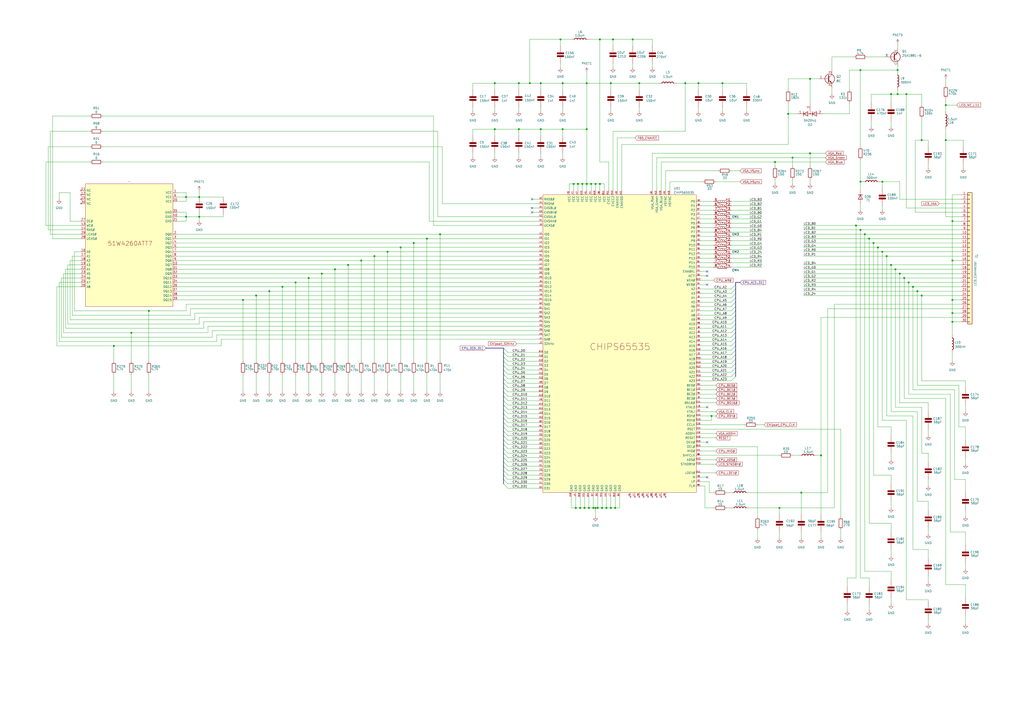
<source format=kicad_sch>
(kicad_sch (version 20250114) (generator "eeschema") (generator_version "9.0")
  (paper "A2")
  (title_block (title "PC110") (company "Recreated by: Ahmad Byagowi"))
  (junction (at 499.11 40.64))
  (junction (at 534.67 81.28))
  (junction (at 520.7 40.64))
  (junction (at 86.36 180.34))
  (junction (at 452.12 294.64))
  (junction (at 552.45 128.27))
  (junction (at 449.58 93.98))
  (junction (at 459.74 91.44))
  (junction (at 156.21 168.91))
  (junction (at 464.82 285.75))
  (junction (at 247.65 138.43))
  (junction (at 107.95 114.3))
  (junction (at 300.99 74.93))
  (junction (at 351.79 294.64))
  (junction (at 347.98 22.86))
  (junction (at 501.65 135.89))
  (junction (at 217.17 148.59))
  (junction (at 340.36 106.68))
  (junction (at 405.13 48.26))
  (junction (at 340.36 48.26))
  (junction (at 469.9 45.72))
  (junction (at 534.67 171.45))
  (junction (at 341.63 294.64))
  (junction (at 514.35 148.59))
  (junction (at 355.6 22.86))
  (junction (at 509.27 143.51))
  (junction (at 342.9 106.68))
  (junction (at 326.39 74.93))
  (junction (at 347.98 106.68))
  (junction (at 548.64 81.28))
  (junction (at 232.41 143.51))
  (junction (at 287.02 48.26))
  (junction (at 499.11 133.35))
  (junction (at 354.33 48.26))
  (junction (at 171.45 163.83))
  (junction (at 370.84 48.26))
  (junction (at 354.33 294.64))
  (junction (at 194.31 156.21))
  (junction (at 307.34 48.26))
  (junction (at 496.57 130.81))
  (junction (at 186.69 158.75))
  (junction (at 516.89 153.67))
  (junction (at 469.9 88.9))
  (junction (at 548.64 60.96))
  (junction (at 335.28 106.68))
  (junction (at 115.57 114.3))
  (junction (at 345.44 106.68))
  (junction (at 163.83 166.37))
  (junction (at 340.36 74.93))
  (junction (at 313.69 48.26))
  (junction (at 511.81 105.41))
  (junction (at 476.25 264.16))
  (junction (at 325.12 22.86))
  (junction (at 240.03 140.97))
  (junction (at 336.55 294.64))
  (junction (at 334.01 294.64))
  (junction (at 506.73 140.97))
  (junction (at 519.43 156.21))
  (junction (at 367.03 22.86))
  (junction (at 337.82 106.68))
  (junction (at 412.75 241.3))
  (junction (at 529.59 166.37))
  (junction (at 552.45 186.69))
  (junction (at 300.99 48.26))
  (junction (at 499.11 105.41))
  (junction (at 76.2 193.04))
  (junction (at 179.07 161.29))
  (junction (at 140.97 173.99))
  (junction (at 520.7 54.61))
  (junction (at 397.51 48.26))
  (junction (at 525.78 54.61))
  (junction (at 339.09 294.64))
  (junction (at 287.02 74.93))
  (junction (at 356.87 294.64))
  (junction (at 107.95 125.73))
  (junction (at 346.71 294.64))
  (junction (at 255.27 135.89))
  (junction (at 516.89 54.61))
  (junction (at 504.19 138.43))
  (junction (at 419.1 48.26))
  (junction (at 532.13 168.91))
  (junction (at 344.17 294.64))
  (junction (at 313.69 74.93))
  (junction (at 115.57 125.73))
  (junction (at 552.45 181.61))
  (junction (at 66.04 200.66))
  (junction (at 457.2 66.04))
  (junction (at 349.25 294.64))
  (junction (at 224.79 146.05))
  (junction (at 148.59 171.45))
  (junction (at 524.51 161.29))
  (junction (at 326.39 48.26))
  (junction (at 552.45 151.13))
  (junction (at 201.93 153.67))
  (junction (at 552.45 173.99))
  (junction (at 521.97 158.75))
  (junction (at 209.55 151.13))
  (junction (at 345.44 294.64))
  (junction (at 527.05 163.83))
  (junction (at 332.74 106.68))
  (junction (at 511.81 146.05))
  (no_connect (at 410.21 160.02))
  (no_connect (at 308.61 120.65))
  (no_connect (at 410.21 256.54))
  (no_connect (at 308.61 123.19))
  (no_connect (at 410.21 236.22))
  (no_connect (at 410.21 157.48))
  (no_connect (at 410.21 276.86))
  (no_connect (at 410.21 165.1))
  (no_connect (at 308.61 115.57))
  (bus_entry (at 292.1 232.41) (size 2.54 2.54))
  (bus_entry (at 426.72 205.74) (size -2.54 2.54))
  (bus_entry (at 426.72 167.64) (size -2.54 2.54))
  (bus_entry (at 292.1 237.49) (size 2.54 2.54))
  (bus_entry (at 292.1 255.27) (size 2.54 2.54))
  (bus_entry (at 292.1 217.17) (size 2.54 2.54))
  (bus_entry (at 292.1 214.63) (size 2.54 2.54))
  (bus_entry (at 426.72 187.96) (size -2.54 2.54))
  (bus_entry (at 426.72 195.58) (size -2.54 2.54))
  (bus_entry (at 292.1 212.09) (size 2.54 2.54))
  (bus_entry (at 292.1 250.19) (size 2.54 2.54))
  (bus_entry (at 292.1 204.47) (size 2.54 2.54))
  (bus_entry (at 426.72 203.2) (size -2.54 2.54))
  (bus_entry (at 292.1 245.11) (size 2.54 2.54))
  (bus_entry (at 292.1 219.71) (size 2.54 2.54))
  (bus_entry (at 426.72 180.34) (size -2.54 2.54))
  (bus_entry (at 426.72 185.42) (size -2.54 2.54))
  (bus_entry (at 292.1 252.73) (size 2.54 2.54))
  (bus_entry (at 426.72 210.82) (size -2.54 2.54))
  (bus_entry (at 292.1 260.35) (size 2.54 2.54))
  (bus_entry (at 426.72 170.18) (size -2.54 2.54))
  (bus_entry (at 426.72 215.9) (size -2.54 2.54))
  (bus_entry (at 292.1 280.67) (size 2.54 2.54))
  (bus_entry (at 292.1 273.05) (size 2.54 2.54))
  (bus_entry (at 292.1 262.89) (size 2.54 2.54))
  (bus_entry (at 292.1 207.01) (size 2.54 2.54))
  (bus_entry (at 426.72 208.28) (size -2.54 2.54))
  (bus_entry (at 426.72 193.04) (size -2.54 2.54))
  (bus_entry (at 292.1 247.65) (size 2.54 2.54))
  (bus_entry (at 292.1 275.59) (size 2.54 2.54))
  (bus_entry (at 426.72 198.12) (size -2.54 2.54))
  (bus_entry (at 292.1 222.25) (size 2.54 2.54))
  (bus_entry (at 426.72 190.5) (size -2.54 2.54))
  (bus_entry (at 426.72 175.26) (size -2.54 2.54))
  (bus_entry (at 292.1 224.79) (size 2.54 2.54))
  (bus_entry (at 292.1 234.95) (size 2.54 2.54))
  (bus_entry (at 292.1 201.93) (size 2.54 2.54))
  (bus_entry (at 426.72 172.72) (size -2.54 2.54))
  (bus_entry (at 292.1 242.57) (size 2.54 2.54))
  (bus_entry (at 426.72 182.88) (size -2.54 2.54))
  (bus_entry (at 292.1 267.97) (size 2.54 2.54))
  (bus_entry (at 426.72 213.36) (size -2.54 2.54))
  (bus_entry (at 426.72 218.44) (size -2.54 2.54))
  (bus_entry (at 292.1 270.51) (size 2.54 2.54))
  (bus_entry (at 292.1 209.55) (size 2.54 2.54))
  (bus_entry (at 426.72 165.1) (size -2.54 2.54))
  (bus_entry (at 292.1 227.33) (size 2.54 2.54))
  (bus_entry (at 292.1 278.13) (size 2.54 2.54))
  (bus_entry (at 426.72 200.66) (size -2.54 2.54))
  (bus_entry (at 426.72 177.8) (size -2.54 2.54))
  (bus_entry (at 292.1 265.43) (size 2.54 2.54))
  (bus_entry (at 292.1 257.81) (size 2.54 2.54))
  (bus_entry (at 292.1 240.03) (size 2.54 2.54))
  (bus_entry (at 292.1 229.87) (size 2.54 2.54))
  (wire (pts (xy 466.09 130.81) (xy 496.57 130.81)))
  (wire (pts (xy 351.79 288.29) (xy 351.79 294.64)))
  (wire (pts (xy 521.97 115.57) (xy 521.97 105.41)))
  (wire (pts (xy 525.78 54.61) (xy 525.78 120.65)))
  (wire (pts (xy 140.97 173.99) (xy 312.42 173.99)))
  (wire (pts (xy 337.82 106.68) (xy 340.36 106.68)))
  (wire (pts (xy 424.18 198.12) (xy 406.4 198.12)))
  (wire (pts (xy 300.99 52.07) (xy 300.99 48.26)))
  (wire (pts (xy 345.44 106.68) (xy 345.44 110.49)))
  (wire (pts (xy 294.64 229.87) (xy 312.42 229.87)))
  (bus (pts (xy 292.1 204.47) (xy 292.1 201.93)))
  (wire (pts (xy 551.18 308.61) (xy 551.18 228.6)))
  (wire (pts (xy 521.97 115.57) (xy 557.53 115.57)))
  (wire (pts (xy 406.4 266.7) (xy 415.29 266.7)))
  (bus (pts (xy 292.1 252.73) (xy 292.1 250.19)))
  (bus (pts (xy 426.72 177.8) (xy 426.72 175.26)))
  (wire (pts (xy 326.39 48.26) (xy 340.36 48.26)))
  (wire (pts (xy 560.07 299.72) (xy 560.07 295.91)))
  (wire (pts (xy 201.93 153.67) (xy 201.93 209.55)))
  (wire (pts (xy 463.55 264.16) (xy 459.74 264.16)))
  (wire (pts (xy 538.48 262.89) (xy 534.67 262.89)))
  (wire (pts (xy 39.37 187.96) (xy 115.57 187.96)))
  (wire (pts (xy 482.6 33.02) (xy 482.6 40.64)))
  (wire (pts (xy 516.89 346.71) (xy 516.89 350.52)))
  (wire (pts (xy 129.54 125.73) (xy 115.57 125.73)))
  (wire (pts (xy 102.87 156.21) (xy 194.31 156.21)))
  (wire (pts (xy 43.18 180.34) (xy 43.18 146.05)))
  (wire (pts (xy 424.18 127) (xy 441.96 127)))
  (wire (pts (xy 179.07 161.29) (xy 179.07 209.55)))
  (wire (pts (xy 552.45 209.55) (xy 552.45 204.47)))
  (wire (pts (xy 287.02 64.77) (xy 287.02 62.23)))
  (wire (pts (xy 406.4 251.46) (xy 415.29 251.46)))
  (wire (pts (xy 294.64 240.03) (xy 312.42 240.03)))
  (wire (pts (xy 516.89 69.85) (xy 516.89 73.66)))
  (wire (pts (xy 466.09 166.37) (xy 529.59 166.37)))
  (bus (pts (xy 426.72 215.9) (xy 426.72 218.44)))
  (wire (pts (xy 287.02 52.07) (xy 287.02 48.26)))
  (bus (pts (xy 292.1 227.33) (xy 292.1 224.79)))
  (wire (pts (xy 414.02 144.78) (xy 406.4 144.78)))
  (wire (pts (xy 351.79 294.64) (xy 349.25 294.64)))
  (wire (pts (xy 370.84 48.26) (xy 354.33 48.26)))
  (wire (pts (xy 30.48 67.31) (xy 30.48 138.43)))
  (wire (pts (xy 449.58 106.68) (xy 449.58 104.14)))
  (wire (pts (xy 524.51 231.14) (xy 524.51 161.29)))
  (bus (pts (xy 426.72 180.34) (xy 426.72 177.8)))
  (wire (pts (xy 534.67 171.45) (xy 557.53 171.45)))
  (wire (pts (xy 148.59 217.17) (xy 148.59 227.33)))
  (wire (pts (xy 496.57 130.81) (xy 496.57 335.28)))
  (wire (pts (xy 538.48 233.68) (xy 521.97 233.68)))
  (wire (pts (xy 274.32 64.77) (xy 274.32 62.23)))
  (wire (pts (xy 414.02 121.92) (xy 406.4 121.92)))
  (wire (pts (xy 294.64 245.11) (xy 312.42 245.11)))
  (wire (pts (xy 41.91 182.88) (xy 110.49 182.88)))
  (wire (pts (xy 511.81 105.41) (xy 521.97 105.41)))
  (wire (pts (xy 483.87 294.64) (xy 452.12 294.64)))
  (wire (pts (xy 520.7 25.4) (xy 520.7 27.94)))
  (wire (pts (xy 499.11 133.35) (xy 499.11 335.28)))
  (wire (pts (xy 516.89 247.65) (xy 516.89 252.73)))
  (wire (pts (xy 439.42 246.38) (xy 443.23 246.38)))
  (wire (pts (xy 466.09 171.45) (xy 534.67 171.45)))
  (bus (pts (xy 292.1 262.89) (xy 292.1 260.35)))
  (wire (pts (xy 347.98 22.86) (xy 347.98 93.98)))
  (wire (pts (xy 560.07 224.79) (xy 560.07 220.98)))
  (wire (pts (xy 367.03 39.37) (xy 367.03 36.83)))
  (wire (pts (xy 355.6 76.2) (xy 397.51 76.2)))
  (wire (pts (xy 556.26 247.65) (xy 556.26 223.52)))
  (wire (pts (xy 501.65 135.89) (xy 501.65 331.47)))
  (wire (pts (xy 492.76 59.69) (xy 492.76 66.04)))
  (wire (pts (xy 476.25 184.15) (xy 476.25 264.16)))
  (wire (pts (xy 102.87 166.37) (xy 163.83 166.37)))
  (wire (pts (xy 107.95 125.73) (xy 107.95 128.27)))
  (bus (pts (xy 292.1 222.25) (xy 292.1 219.71)))
  (wire (pts (xy 560.07 339.09) (xy 560.07 346.71)))
  (wire (pts (xy 340.36 41.91) (xy 340.36 48.26)))
  (bus (pts (xy 281.94 201.93) (xy 292.1 201.93)))
  (wire (pts (xy 491.49 350.52) (xy 491.49 354.33)))
  (wire (pts (xy 557.53 113.03) (xy 552.45 113.03)))
  (wire (pts (xy 516.89 303.53) (xy 516.89 308.61)))
  (wire (pts (xy 557.53 151.13) (xy 552.45 151.13)))
  (wire (pts (xy 548.64 60.96) (xy 548.64 64.77)))
  (wire (pts (xy 482.6 50.8) (xy 482.6 54.61)))
  (wire (pts (xy 332.74 106.68) (xy 330.2 106.68)))
  (wire (pts (xy 33.02 200.66) (xy 66.04 200.66)))
  (wire (pts (xy 560.07 247.65) (xy 560.07 255.27)))
  (wire (pts (xy 40.64 185.42) (xy 40.64 151.13)))
  (wire (pts (xy 194.31 156.21) (xy 312.42 156.21)))
  (wire (pts (xy 248.92 93.98) (xy 248.92 128.27)))
  (wire (pts (xy 294.64 267.97) (xy 312.42 267.97)))
  (wire (pts (xy 148.59 171.45) (xy 312.42 171.45)))
  (bus (pts (xy 292.1 247.65) (xy 292.1 245.11)))
  (wire (pts (xy 415.29 105.41) (xy 429.26 105.41)))
  (wire (pts (xy 556.26 223.52) (xy 532.13 223.52)))
  (wire (pts (xy 340.36 110.49) (xy 340.36 106.68)))
  (wire (pts (xy 483.87 176.53) (xy 483.87 294.64)))
  (wire (pts (xy 529.59 241.3) (xy 514.35 241.3)))
  (wire (pts (xy 516.89 275.59) (xy 506.73 275.59)))
  (wire (pts (xy 156.21 168.91) (xy 312.42 168.91)))
  (wire (pts (xy 115.57 187.96) (xy 115.57 184.15)))
  (wire (pts (xy 240.03 217.17) (xy 240.03 227.33)))
  (wire (pts (xy 414.02 154.94) (xy 406.4 154.94)))
  (wire (pts (xy 346.71 294.64) (xy 345.44 294.64)))
  (wire (pts (xy 414.02 127) (xy 406.4 127)))
  (wire (pts (xy 557.53 176.53) (xy 483.87 176.53)))
  (wire (pts (xy 424.18 142.24) (xy 441.96 142.24)))
  (wire (pts (xy 469.9 88.9) (xy 469.9 96.52)))
  (wire (pts (xy 331.47 294.64) (xy 331.47 288.29)))
  (wire (pts (xy 345.44 294.64) (xy 345.44 299.72)))
  (wire (pts (xy 43.18 146.05) (xy 46.99 146.05)))
  (wire (pts (xy 156.21 168.91) (xy 156.21 209.55)))
  (wire (pts (xy 367.03 22.86) (xy 378.46 22.86)))
  (wire (pts (xy 534.67 236.22) (xy 519.43 236.22)))
  (bus (pts (xy 426.72 210.82) (xy 426.72 208.28)))
  (wire (pts (xy 414.02 139.7) (xy 406.4 139.7)))
  (wire (pts (xy 424.18 149.86) (xy 441.96 149.86)))
  (wire (pts (xy 414.02 129.54) (xy 406.4 129.54)))
  (wire (pts (xy 414.02 142.24) (xy 406.4 142.24)))
  (wire (pts (xy 120.65 193.04) (xy 120.65 189.23)))
  (wire (pts (xy 424.18 218.44) (xy 406.4 218.44)))
  (wire (pts (xy 487.68 248.92) (xy 487.68 299.72)))
  (wire (pts (xy 354.33 294.64) (xy 351.79 294.64)))
  (wire (pts (xy 346.71 288.29) (xy 346.71 294.64)))
  (wire (pts (xy 254 76.2) (xy 254 125.73)))
  (wire (pts (xy 424.18 285.75) (xy 421.64 285.75)))
  (bus (pts (xy 292.1 245.11) (xy 292.1 242.57)))
  (wire (pts (xy 255.27 217.17) (xy 255.27 227.33)))
  (wire (pts (xy 406.4 279.4) (xy 411.48 279.4)))
  (wire (pts (xy 59.69 85.09) (xy 256.54 85.09)))
  (wire (pts (xy 424.18 215.9) (xy 406.4 215.9)))
  (wire (pts (xy 294.64 257.81) (xy 312.42 257.81)))
  (wire (pts (xy 469.9 60.96) (xy 469.9 45.72)))
  (wire (pts (xy 405.13 64.77) (xy 405.13 62.23)))
  (wire (pts (xy 128.27 196.85) (xy 312.42 196.85)))
  (wire (pts (xy 424.18 187.96) (xy 406.4 187.96)))
  (wire (pts (xy 334.01 288.29) (xy 334.01 294.64)))
  (wire (pts (xy 194.31 156.21) (xy 194.31 209.55)))
  (wire (pts (xy 419.1 52.07) (xy 419.1 48.26)))
  (wire (pts (xy 86.36 217.17) (xy 86.36 227.33)))
  (wire (pts (xy 516.89 54.61) (xy 520.7 54.61)))
  (wire (pts (xy 383.54 93.98) (xy 449.58 93.98)))
  (wire (pts (xy 355.6 22.86) (xy 355.6 26.67)))
  (wire (pts (xy 107.95 123.19) (xy 107.95 125.73)))
  (wire (pts (xy 557.53 120.65) (xy 525.78 120.65)))
  (wire (pts (xy 313.69 91.44) (xy 313.69 88.9)))
  (wire (pts (xy 511.81 146.05) (xy 557.53 146.05)))
  (wire (pts (xy 381 91.44) (xy 381 110.49)))
  (wire (pts (xy 449.58 93.98) (xy 478.79 93.98)))
  (wire (pts (xy 506.73 140.97) (xy 557.53 140.97)))
  (wire (pts (xy 424.18 121.92) (xy 441.96 121.92)))
  (wire (pts (xy 76.2 193.04) (xy 120.65 193.04)))
  (wire (pts (xy 217.17 148.59) (xy 217.17 209.55)))
  (wire (pts (xy 294.64 224.79) (xy 312.42 224.79)))
  (wire (pts (xy 66.04 200.66) (xy 128.27 200.66)))
  (wire (pts (xy 557.53 179.07) (xy 480.06 179.07)))
  (wire (pts (xy 30.48 138.43) (xy 46.99 138.43)))
  (wire (pts (xy 120.65 189.23) (xy 312.42 189.23)))
  (wire (pts (xy 52.07 76.2) (xy 29.21 76.2)))
  (wire (pts (xy 26.67 93.98) (xy 52.07 93.98)))
  (wire (pts (xy 406.4 243.84) (xy 412.75 243.84)))
  (bus (pts (xy 292.1 250.19) (xy 292.1 247.65)))
  (wire (pts (xy 520.7 52.07) (xy 520.7 54.61)))
  (wire (pts (xy 274.32 74.93) (xy 287.02 74.93)))
  (wire (pts (xy 499.11 40.64) (xy 499.11 85.09)))
  (wire (pts (xy 294.64 270.51) (xy 312.42 270.51)))
  (wire (pts (xy 538.48 318.77) (xy 538.48 323.85)))
  (wire (pts (xy 224.79 146.05) (xy 312.42 146.05)))
  (wire (pts (xy 406.4 223.52) (xy 415.29 223.52)))
  (wire (pts (xy 560.07 220.98) (xy 534.67 220.98)))
  (wire (pts (xy 406.4 261.62) (xy 415.29 261.62)))
  (wire (pts (xy 341.63 22.86) (xy 347.98 22.86)))
  (wire (pts (xy 102.87 163.83) (xy 171.45 163.83)))
  (wire (pts (xy 40.64 151.13) (xy 46.99 151.13)))
  (wire (pts (xy 255.27 135.89) (xy 255.27 209.55)))
  (wire (pts (xy 464.82 308.61) (xy 464.82 312.42)))
  (wire (pts (xy 434.34 294.64) (xy 452.12 294.64)))
  (wire (pts (xy 424.18 139.7) (xy 441.96 139.7)))
  (wire (pts (xy 406.4 233.68) (xy 415.29 233.68)))
  (wire (pts (xy 123.19 191.77) (xy 123.19 195.58)))
  (wire (pts (xy 424.18 193.04) (xy 406.4 193.04)))
  (wire (pts (xy 102.87 138.43) (xy 247.65 138.43)))
  (wire (pts (xy 424.18 144.78) (xy 441.96 144.78)))
  (wire (pts (xy 499.11 105.41) (xy 499.11 110.49)))
  (bus (pts (xy 292.1 275.59) (xy 292.1 273.05)))
  (wire (pts (xy 33.02 200.66) (xy 33.02 166.37)))
  (wire (pts (xy 414.02 147.32) (xy 406.4 147.32)))
  (wire (pts (xy 406.4 228.6) (xy 415.29 228.6)))
  (wire (pts (xy 217.17 217.17) (xy 217.17 227.33)))
  (wire (pts (xy 115.57 114.3) (xy 129.54 114.3)))
  (bus (pts (xy 426.72 203.2) (xy 426.72 200.66)))
  (wire (pts (xy 419.1 48.26) (xy 405.13 48.26)))
  (wire (pts (xy 107.95 116.84) (xy 107.95 114.3)))
  (wire (pts (xy 163.83 166.37) (xy 163.83 209.55)))
  (wire (pts (xy 294.64 217.17) (xy 312.42 217.17)))
  (wire (pts (xy 386.08 99.06) (xy 416.56 99.06)))
  (wire (pts (xy 367.03 22.86) (xy 367.03 26.67)))
  (wire (pts (xy 300.99 74.93) (xy 300.99 78.74)))
  (wire (pts (xy 552.45 151.13) (xy 552.45 128.27)))
  (wire (pts (xy 325.12 26.67) (xy 325.12 22.86)))
  (bus (pts (xy 292.1 212.09) (xy 292.1 209.55)))
  (wire (pts (xy 504.19 138.43) (xy 557.53 138.43)))
  (wire (pts (xy 294.64 275.59) (xy 312.42 275.59)))
  (bus (pts (xy 426.72 167.64) (xy 426.72 165.1)))
  (wire (pts (xy 511.81 121.92) (xy 511.81 119.38)))
  (wire (pts (xy 552.45 186.69) (xy 552.45 181.61)))
  (wire (pts (xy 424.18 129.54) (xy 441.96 129.54)))
  (wire (pts (xy 27.94 133.35) (xy 46.99 133.35)))
  (wire (pts (xy 209.55 217.17) (xy 209.55 227.33)))
  (wire (pts (xy 424.18 200.66) (xy 406.4 200.66)))
  (wire (pts (xy 538.48 318.77) (xy 529.59 318.77)))
  (wire (pts (xy 433.07 52.07) (xy 433.07 48.26)))
  (wire (pts (xy 128.27 196.85) (xy 128.27 200.66)))
  (wire (pts (xy 406.4 256.54) (xy 410.21 256.54)))
  (wire (pts (xy 59.69 93.98) (xy 248.92 93.98)))
  (wire (pts (xy 335.28 106.68) (xy 335.28 110.49)))
  (wire (pts (xy 294.64 237.49) (xy 312.42 237.49)))
  (wire (pts (xy 345.44 106.68) (xy 347.98 106.68)))
  (wire (pts (xy 532.13 168.91) (xy 532.13 223.52)))
  (wire (pts (xy 514.35 148.59) (xy 514.35 241.3)))
  (wire (pts (xy 520.7 38.1) (xy 520.7 40.64)))
  (bus (pts (xy 292.1 278.13) (xy 292.1 275.59)))
  (wire (pts (xy 499.11 40.64) (xy 520.7 40.64)))
  (wire (pts (xy 307.34 22.86) (xy 325.12 22.86)))
  (wire (pts (xy 466.09 148.59) (xy 514.35 148.59)))
  (wire (pts (xy 341.63 294.64) (xy 339.09 294.64)))
  (wire (pts (xy 209.55 151.13) (xy 312.42 151.13)))
  (wire (pts (xy 129.54 124.46) (xy 129.54 125.73)))
  (wire (pts (xy 336.55 288.29) (xy 336.55 294.64)))
  (wire (pts (xy 459.74 91.44) (xy 459.74 96.52)))
  (wire (pts (xy 406.4 236.22) (xy 410.21 236.22)))
  (wire (pts (xy 476.25 298.45) (xy 476.25 264.16)))
  (wire (pts (xy 504.19 138.43) (xy 504.19 303.53)))
  (wire (pts (xy 406.4 269.24) (xy 415.29 269.24)))
  (wire (pts (xy 294.64 278.13) (xy 312.42 278.13)))
  (wire (pts (xy 414.02 149.86) (xy 406.4 149.86)))
  (wire (pts (xy 118.11 186.69) (xy 118.11 190.5)))
  (wire (pts (xy 294.64 247.65) (xy 312.42 247.65)))
  (bus (pts (xy 292.1 219.71) (xy 292.1 217.17)))
  (wire (pts (xy 255.27 135.89) (xy 312.42 135.89)))
  (wire (pts (xy 46.99 130.81) (xy 26.67 130.81)))
  (wire (pts (xy 115.57 125.73) (xy 107.95 125.73)))
  (wire (pts (xy 313.69 52.07) (xy 313.69 48.26)))
  (wire (pts (xy 332.74 106.68) (xy 332.74 110.49)))
  (wire (pts (xy 538.48 248.92) (xy 538.48 252.73)))
  (wire (pts (xy 274.32 78.74) (xy 274.32 74.93)))
  (wire (pts (xy 424.18 124.46) (xy 441.96 124.46)))
  (wire (pts (xy 406.4 238.76) (xy 415.29 238.76)))
  (wire (pts (xy 359.41 294.64) (xy 356.87 294.64)))
  (wire (pts (xy 459.74 91.44) (xy 478.79 91.44)))
  (wire (pts (xy 113.03 185.42) (xy 40.64 185.42)))
  (wire (pts (xy 392.43 48.26) (xy 397.51 48.26)))
  (wire (pts (xy 529.59 226.06) (xy 529.59 166.37)))
  (wire (pts (xy 287.02 48.26) (xy 300.99 48.26)))
  (wire (pts (xy 480.06 179.07) (xy 480.06 285.75)))
  (wire (pts (xy 59.69 67.31) (xy 251.46 67.31)))
  (wire (pts (xy 424.18 185.42) (xy 406.4 185.42)))
  (wire (pts (xy 466.09 168.91) (xy 532.13 168.91)))
  (wire (pts (xy 553.72 226.06) (xy 529.59 226.06)))
  (wire (pts (xy 509.27 143.51) (xy 557.53 143.51)))
  (wire (pts (xy 406.4 264.16) (xy 452.12 264.16)))
  (wire (pts (xy 194.31 217.17) (xy 194.31 227.33)))
  (wire (pts (xy 313.69 48.26) (xy 326.39 48.26)))
  (wire (pts (xy 406.4 259.08) (xy 439.42 259.08)))
  (wire (pts (xy 505.46 69.85) (xy 505.46 73.66)))
  (bus (pts (xy 292.1 280.67) (xy 292.1 278.13)))
  (wire (pts (xy 551.18 228.6) (xy 527.05 228.6)))
  (wire (pts (xy 414.02 134.62) (xy 406.4 134.62)))
  (wire (pts (xy 560.07 247.65) (xy 556.26 247.65)))
  (wire (pts (xy 538.48 306.07) (xy 538.48 309.88)))
  (wire (pts (xy 294.64 262.89) (xy 312.42 262.89)))
  (wire (pts (xy 123.19 191.77) (xy 312.42 191.77)))
  (wire (pts (xy 560.07 308.61) (xy 560.07 316.23)))
  (wire (pts (xy 209.55 151.13) (xy 209.55 209.55)))
  (bus (pts (xy 292.1 234.95) (xy 292.1 232.41)))
  (wire (pts (xy 66.04 217.17) (xy 66.04 227.33)))
  (wire (pts (xy 38.1 156.21) (xy 46.99 156.21)))
  (wire (pts (xy 115.57 124.46) (xy 115.57 125.73)))
  (wire (pts (xy 381 91.44) (xy 459.74 91.44)))
  (wire (pts (xy 412.75 241.3) (xy 415.29 241.3)))
  (wire (pts (xy 294.64 212.09) (xy 312.42 212.09)))
  (wire (pts (xy 406.4 162.56) (xy 414.02 162.56)))
  (wire (pts (xy 530.86 81.28) (xy 530.86 123.19)))
  (wire (pts (xy 469.9 106.68) (xy 469.9 104.14)))
  (wire (pts (xy 40.64 128.27) (xy 40.64 111.76)))
  (wire (pts (xy 337.82 106.68) (xy 335.28 106.68)))
  (wire (pts (xy 406.4 248.92) (xy 487.68 248.92)))
  (wire (pts (xy 356.87 294.64) (xy 354.33 294.64)))
  (wire (pts (xy 86.36 180.34) (xy 107.95 180.34)))
  (wire (pts (xy 102.87 135.89) (xy 255.27 135.89)))
  (wire (pts (xy 370.84 52.07) (xy 370.84 48.26)))
  (wire (pts (xy 102.87 148.59) (xy 217.17 148.59)))
  (wire (pts (xy 408.94 281.94) (xy 408.94 294.64)))
  (wire (pts (xy 492.76 40.64) (xy 499.11 40.64)))
  (bus (pts (xy 426.72 213.36) (xy 426.72 210.82)))
  (wire (pts (xy 406.4 246.38) (xy 431.8 246.38)))
  (wire (pts (xy 406.4 160.02) (xy 410.21 160.02)))
  (wire (pts (xy 102.87 171.45) (xy 148.59 171.45)))
  (wire (pts (xy 424.18 210.82) (xy 406.4 210.82)))
  (wire (pts (xy 424.18 132.08) (xy 441.96 132.08)))
  (wire (pts (xy 251.46 130.81) (xy 312.42 130.81)))
  (bus (pts (xy 426.72 182.88) (xy 426.72 180.34)))
  (bus (pts (xy 426.72 208.28) (xy 426.72 205.74)))
  (wire (pts (xy 424.18 152.4) (xy 441.96 152.4)))
  (wire (pts (xy 504.19 335.28) (xy 499.11 335.28)))
  (wire (pts (xy 424.18 213.36) (xy 406.4 213.36)))
  (wire (pts (xy 34.29 163.83) (xy 34.29 198.12)))
  (wire (pts (xy 538.48 290.83) (xy 532.13 290.83)))
  (wire (pts (xy 370.84 64.77) (xy 370.84 62.23)))
  (wire (pts (xy 107.95 114.3) (xy 115.57 114.3)))
  (wire (pts (xy 163.83 166.37) (xy 312.42 166.37)))
  (wire (pts (xy 294.64 250.19) (xy 312.42 250.19)))
  (wire (pts (xy 406.4 157.48) (xy 410.21 157.48)))
  (wire (pts (xy 294.64 227.33) (xy 312.42 227.33)))
  (wire (pts (xy 59.69 76.2) (xy 254 76.2)))
  (wire (pts (xy 355.6 22.86) (xy 367.03 22.86)))
  (wire (pts (xy 179.07 217.17) (xy 179.07 227.33)))
  (wire (pts (xy 163.83 217.17) (xy 163.83 227.33)))
  (wire (pts (xy 344.17 294.64) (xy 341.63 294.64)))
  (wire (pts (xy 411.48 279.4) (xy 411.48 285.75)))
  (wire (pts (xy 433.07 48.26) (xy 419.1 48.26)))
  (wire (pts (xy 538.48 290.83) (xy 538.48 295.91)))
  (wire (pts (xy 358.14 110.49) (xy 358.14 80.01)))
  (wire (pts (xy 102.87 146.05) (xy 224.79 146.05)))
  (wire (pts (xy 102.87 125.73) (xy 107.95 125.73)))
  (wire (pts (xy 480.06 285.75) (xy 464.82 285.75)))
  (wire (pts (xy 115.57 128.27) (xy 115.57 125.73)))
  (bus (pts (xy 292.1 237.49) (xy 292.1 234.95)))
  (wire (pts (xy 347.98 106.68) (xy 350.52 106.68)))
  (wire (pts (xy 186.69 158.75) (xy 312.42 158.75)))
  (bus (pts (xy 426.72 163.83) (xy 426.72 165.1)))
  (bus (pts (xy 426.72 190.5) (xy 426.72 187.96)))
  (wire (pts (xy 46.99 158.75) (xy 36.83 158.75)))
  (wire (pts (xy 156.21 217.17) (xy 156.21 227.33)))
  (wire (pts (xy 232.41 143.51) (xy 312.42 143.51)))
  (bus (pts (xy 292.1 240.03) (xy 292.1 237.49)))
  (wire (pts (xy 102.87 158.75) (xy 186.69 158.75)))
  (wire (pts (xy 424.18 170.18) (xy 406.4 170.18)))
  (wire (pts (xy 424.18 172.72) (xy 406.4 172.72)))
  (wire (pts (xy 354.33 288.29) (xy 354.33 294.64)))
  (wire (pts (xy 29.21 76.2) (xy 29.21 135.89)))
  (wire (pts (xy 406.4 226.06) (xy 415.29 226.06)))
  (wire (pts (xy 107.95 111.76) (xy 102.87 111.76)))
  (wire (pts (xy 339.09 294.64) (xy 336.55 294.64)))
  (wire (pts (xy 224.79 217.17) (xy 224.79 227.33)))
  (wire (pts (xy 511.81 105.41) (xy 511.81 109.22)))
  (wire (pts (xy 232.41 217.17) (xy 232.41 227.33)))
  (wire (pts (xy 125.73 198.12) (xy 125.73 194.31)))
  (wire (pts (xy 397.51 48.26) (xy 405.13 48.26)))
  (wire (pts (xy 46.99 153.67) (xy 39.37 153.67)))
  (wire (pts (xy 313.69 78.74) (xy 313.69 74.93)))
  (wire (pts (xy 414.02 132.08) (xy 406.4 132.08)))
  (wire (pts (xy 325.12 39.37) (xy 325.12 36.83)))
  (wire (pts (xy 519.43 156.21) (xy 557.53 156.21)))
  (wire (pts (xy 557.53 181.61) (xy 552.45 181.61)))
  (wire (pts (xy 339.09 288.29) (xy 339.09 294.64)))
  (wire (pts (xy 439.42 259.08) (xy 439.42 299.72)))
  (wire (pts (xy 335.28 106.68) (xy 332.74 106.68)))
  (bus (pts (xy 292.1 270.51) (xy 292.1 267.97)))
  (bus (pts (xy 292.1 214.63) (xy 292.1 212.09)))
  (wire (pts (xy 457.2 59.69) (xy 457.2 66.04)))
  (wire (pts (xy 519.43 156.21) (xy 519.43 236.22)))
  (wire (pts (xy 102.87 151.13) (xy 209.55 151.13)))
  (wire (pts (xy 294.64 232.41) (xy 312.42 232.41)))
  (wire (pts (xy 530.86 123.19) (xy 557.53 123.19)))
  (wire (pts (xy 487.68 307.34) (xy 487.68 312.42)))
  (wire (pts (xy 66.04 200.66) (xy 66.04 209.55)))
  (wire (pts (xy 520.7 54.61) (xy 525.78 54.61)))
  (wire (pts (xy 336.55 294.64) (xy 334.01 294.64)))
  (wire (pts (xy 307.34 22.86) (xy 307.34 48.26)))
  (wire (pts (xy 29.21 135.89) (xy 46.99 135.89)))
  (wire (pts (xy 457.2 66.04) (xy 462.28 66.04)))
  (wire (pts (xy 43.18 180.34) (xy 86.36 180.34)))
  (wire (pts (xy 326.39 74.93) (xy 326.39 78.74)))
  (wire (pts (xy 342.9 106.68) (xy 345.44 106.68)))
  (wire (pts (xy 424.18 134.62) (xy 441.96 134.62)))
  (wire (pts (xy 113.03 181.61) (xy 113.03 185.42)))
  (wire (pts (xy 326.39 64.77) (xy 326.39 62.23)))
  (wire (pts (xy 466.09 156.21) (xy 519.43 156.21)))
  (wire (pts (xy 46.99 148.59) (xy 41.91 148.59)))
  (wire (pts (xy 300.99 48.26) (xy 307.34 48.26)))
  (wire (pts (xy 516.89 290.83) (xy 516.89 294.64)))
  (wire (pts (xy 496.57 130.81) (xy 557.53 130.81)))
  (wire (pts (xy 27.94 85.09) (xy 27.94 133.35)))
  (wire (pts (xy 171.45 163.83) (xy 312.42 163.83)))
  (wire (pts (xy 548.64 231.14) (xy 524.51 231.14)))
  (wire (pts (xy 538.48 349.25) (xy 538.48 347.98)))
  (wire (pts (xy 115.57 110.49) (xy 115.57 114.3)))
  (wire (pts (xy 110.49 182.88) (xy 110.49 179.07)))
  (wire (pts (xy 406.4 276.86) (xy 410.21 276.86)))
  (bus (pts (xy 426.72 185.42) (xy 426.72 182.88)))
  (wire (pts (xy 499.11 118.11) (xy 499.11 121.92)))
  (wire (pts (xy 466.09 163.83) (xy 527.05 163.83)))
  (wire (pts (xy 313.69 64.77) (xy 313.69 62.23)))
  (wire (pts (xy 504.19 335.28) (xy 504.19 340.36)))
  (bus (pts (xy 426.72 170.18) (xy 426.72 167.64)))
  (wire (pts (xy 529.59 166.37) (xy 557.53 166.37)))
  (wire (pts (xy 340.36 48.26) (xy 340.36 74.93)))
  (wire (pts (xy 516.89 153.67) (xy 516.89 238.76)))
  (wire (pts (xy 558.8 81.28) (xy 548.64 81.28)))
  (bus (pts (xy 292.1 242.57) (xy 292.1 240.03)))
  (wire (pts (xy 476.25 312.42) (xy 476.25 308.61)))
  (wire (pts (xy 274.32 48.26) (xy 287.02 48.26)))
  (bus (pts (xy 292.1 229.87) (xy 292.1 227.33)))
  (wire (pts (xy 516.89 153.67) (xy 557.53 153.67)))
  (wire (pts (xy 424.18 119.38) (xy 441.96 119.38)))
  (wire (pts (xy 35.56 195.58) (xy 35.56 161.29)))
  (wire (pts (xy 538.48 278.13) (xy 538.48 281.94)))
  (wire (pts (xy 102.87 143.51) (xy 232.41 143.51)))
  (wire (pts (xy 247.65 138.43) (xy 312.42 138.43)))
  (wire (pts (xy 548.64 57.15) (xy 548.64 60.96)))
  (bus (pts (xy 292.1 267.97) (xy 292.1 265.43)))
  (wire (pts (xy 516.89 318.77) (xy 516.89 322.58)))
  (wire (pts (xy 308.61 120.65) (xy 312.42 120.65)))
  (wire (pts (xy 424.18 220.98) (xy 406.4 220.98)))
  (wire (pts (xy 516.89 303.53) (xy 504.19 303.53)))
  (bus (pts (xy 426.72 200.66) (xy 426.72 198.12)))
  (wire (pts (xy 560.07 361.95) (xy 560.07 356.87)))
  (wire (pts (xy 34.29 111.76) (xy 34.29 115.57)))
  (wire (pts (xy 35.56 161.29) (xy 46.99 161.29)))
  (bus (pts (xy 426.72 193.04) (xy 426.72 190.5)))
  (wire (pts (xy 534.67 262.89) (xy 534.67 236.22)))
  (wire (pts (xy 548.64 60.96) (xy 554.99 60.96)))
  (wire (pts (xy 414.02 116.84) (xy 406.4 116.84)))
  (wire (pts (xy 294.64 219.71) (xy 312.42 219.71)))
  (wire (pts (xy 469.9 88.9) (xy 478.79 88.9)))
  (wire (pts (xy 548.64 81.28) (xy 548.64 125.73)))
  (bus (pts (xy 426.72 187.96) (xy 426.72 185.42)))
  (bus (pts (xy 292.1 217.17) (xy 292.1 214.63)))
  (wire (pts (xy 548.64 339.09) (xy 548.64 231.14)))
  (wire (pts (xy 46.99 163.83) (xy 34.29 163.83)))
  (bus (pts (xy 426.72 198.12) (xy 426.72 195.58)))
  (wire (pts (xy 34.29 198.12) (xy 125.73 198.12)))
  (wire (pts (xy 171.45 217.17) (xy 171.45 227.33)))
  (wire (pts (xy 300.99 91.44) (xy 300.99 88.9)))
  (wire (pts (xy 491.49 335.28) (xy 496.57 335.28)))
  (wire (pts (xy 334.01 294.64) (xy 331.47 294.64)))
  (wire (pts (xy 308.61 123.19) (xy 312.42 123.19)))
  (wire (pts (xy 406.4 165.1) (xy 410.21 165.1)))
  (wire (pts (xy 107.95 128.27) (xy 102.87 128.27)))
  (bus (pts (xy 292.1 257.81) (xy 292.1 255.27)))
  (wire (pts (xy 502.92 33.02) (xy 513.08 33.02)))
  (wire (pts (xy 527.05 163.83) (xy 557.53 163.83)))
  (wire (pts (xy 294.64 214.63) (xy 312.42 214.63)))
  (wire (pts (xy 538.48 81.28) (xy 534.67 81.28)))
  (wire (pts (xy 294.64 209.55) (xy 312.42 209.55)))
  (wire (pts (xy 358.14 80.01) (xy 368.3 80.01)))
  (wire (pts (xy 39.37 153.67) (xy 39.37 187.96)))
  (wire (pts (xy 560.07 278.13) (xy 560.07 285.75)))
  (wire (pts (xy 552.45 128.27) (xy 557.53 128.27)))
  (wire (pts (xy 254 125.73) (xy 312.42 125.73)))
  (wire (pts (xy 347.98 106.68) (xy 347.98 110.49)))
  (wire (pts (xy 294.64 222.25) (xy 312.42 222.25)))
  (wire (pts (xy 552.45 181.61) (xy 552.45 173.99)))
  (wire (pts (xy 414.02 119.38) (xy 406.4 119.38)))
  (wire (pts (xy 406.4 281.94) (xy 408.94 281.94)))
  (wire (pts (xy 247.65 217.17) (xy 247.65 227.33)))
  (wire (pts (xy 424.18 180.34) (xy 406.4 180.34)))
  (wire (pts (xy 405.13 48.26) (xy 405.13 52.07)))
  (wire (pts (xy 294.64 242.57) (xy 312.42 242.57)))
  (wire (pts (xy 495.3 33.02) (xy 482.6 33.02)))
  (wire (pts (xy 424.18 147.32) (xy 441.96 147.32)))
  (wire (pts (xy 501.65 135.89) (xy 557.53 135.89)))
  (wire (pts (xy 186.69 217.17) (xy 186.69 227.33)))
  (wire (pts (xy 102.87 168.91) (xy 156.21 168.91)))
  (wire (pts (xy 102.87 140.97) (xy 240.03 140.97)))
  (wire (pts (xy 552.45 173.99) (xy 552.45 151.13)))
  (wire (pts (xy 534.67 68.58) (xy 534.67 81.28)))
  (wire (pts (xy 553.72 278.13) (xy 553.72 226.06)))
  (wire (pts (xy 408.94 294.64) (xy 414.02 294.64)))
  (wire (pts (xy 378.46 39.37) (xy 378.46 36.83)))
  (wire (pts (xy 46.99 128.27) (xy 40.64 128.27)))
  (wire (pts (xy 349.25 294.64) (xy 346.71 294.64)))
  (wire (pts (xy 287.02 91.44) (xy 287.02 88.9)))
  (wire (pts (xy 378.46 22.86) (xy 378.46 26.67)))
  (wire (pts (xy 477.52 66.04) (xy 492.76 66.04)))
  (wire (pts (xy 342.9 106.68) (xy 342.9 110.49)))
  (wire (pts (xy 294.64 252.73) (xy 312.42 252.73)))
  (wire (pts (xy 532.13 168.91) (xy 557.53 168.91)))
  (wire (pts (xy 201.93 217.17) (xy 201.93 227.33)))
  (wire (pts (xy 248.92 128.27) (xy 312.42 128.27)))
  (wire (pts (xy 529.59 318.77) (xy 529.59 241.3)))
  (wire (pts (xy 538.48 262.89) (xy 538.48 267.97)))
  (wire (pts (xy 510.54 105.41) (xy 511.81 105.41)))
  (bus (pts (xy 292.1 209.55) (xy 292.1 207.01)))
  (wire (pts (xy 560.07 330.2) (xy 560.07 326.39)))
  (wire (pts (xy 107.95 114.3) (xy 107.95 111.76)))
  (wire (pts (xy 449.58 93.98) (xy 449.58 96.52)))
  (wire (pts (xy 534.67 54.61) (xy 534.67 60.96)))
  (wire (pts (xy 548.64 45.72) (xy 548.64 49.53)))
  (wire (pts (xy 388.62 105.41) (xy 388.62 110.49)))
  (wire (pts (xy 140.97 217.17) (xy 140.97 227.33)))
  (wire (pts (xy 520.7 40.64) (xy 520.7 41.91)))
  (wire (pts (xy 424.18 116.84) (xy 441.96 116.84)))
  (wire (pts (xy 521.97 158.75) (xy 521.97 233.68)))
  (wire (pts (xy 557.53 184.15) (xy 476.25 184.15)))
  (wire (pts (xy 406.4 254) (xy 415.29 254)))
  (wire (pts (xy 514.35 148.59) (xy 557.53 148.59)))
  (wire (pts (xy 378.46 88.9) (xy 378.46 110.49)))
  (wire (pts (xy 466.09 161.29) (xy 524.51 161.29)))
  (wire (pts (xy 256.54 118.11) (xy 256.54 85.09)))
  (wire (pts (xy 313.69 74.93) (xy 326.39 74.93)))
  (wire (pts (xy 424.18 154.94) (xy 441.96 154.94)))
  (wire (pts (xy 36.83 158.75) (xy 36.83 193.04)))
  (wire (pts (xy 424.18 182.88) (xy 406.4 182.88)))
  (wire (pts (xy 499.11 92.71) (xy 499.11 105.41)))
  (bus (pts (xy 292.1 260.35) (xy 292.1 257.81)))
  (wire (pts (xy 560.07 278.13) (xy 553.72 278.13)))
  (wire (pts (xy 294.64 280.67) (xy 312.42 280.67)))
  (wire (pts (xy 113.03 181.61) (xy 312.42 181.61)))
  (wire (pts (xy 115.57 184.15) (xy 312.42 184.15)))
  (bus (pts (xy 426.72 172.72) (xy 426.72 170.18)))
  (wire (pts (xy 466.09 135.89) (xy 501.65 135.89)))
  (wire (pts (xy 457.2 45.72) (xy 469.9 45.72)))
  (wire (pts (xy 232.41 143.51) (xy 232.41 209.55)))
  (wire (pts (xy 274.32 91.44) (xy 274.32 88.9)))
  (wire (pts (xy 557.53 173.99) (xy 552.45 173.99)))
  (wire (pts (xy 538.48 361.95) (xy 538.48 359.41)))
  (wire (pts (xy 511.81 146.05) (xy 511.81 243.84)))
  (wire (pts (xy 326.39 48.26) (xy 326.39 52.07)))
  (wire (pts (xy 506.73 140.97) (xy 506.73 275.59)))
  (wire (pts (xy 308.61 115.57) (xy 312.42 115.57)))
  (wire (pts (xy 534.67 81.28) (xy 530.86 81.28)))
  (wire (pts (xy 107.95 176.53) (xy 312.42 176.53)))
  (bus (pts (xy 426.72 195.58) (xy 426.72 193.04)))
  (wire (pts (xy 186.69 158.75) (xy 186.69 209.55)))
  (wire (pts (xy 356.87 288.29) (xy 356.87 294.64)))
  (wire (pts (xy 552.45 194.31) (xy 552.45 186.69)))
  (wire (pts (xy 86.36 180.34) (xy 86.36 209.55)))
  (wire (pts (xy 355.6 39.37) (xy 355.6 36.83)))
  (wire (pts (xy 505.46 54.61) (xy 516.89 54.61)))
  (wire (pts (xy 524.51 161.29) (xy 557.53 161.29)))
  (bus (pts (xy 292.1 265.43) (xy 292.1 262.89)))
  (wire (pts (xy 525.78 347.98) (xy 525.78 243.84)))
  (wire (pts (xy 171.45 163.83) (xy 171.45 209.55)))
  (wire (pts (xy 414.02 137.16) (xy 406.4 137.16)))
  (wire (pts (xy 560.07 269.24) (xy 560.07 265.43)))
  (wire (pts (xy 383.54 93.98) (xy 383.54 110.49)))
  (wire (pts (xy 125.73 194.31) (xy 312.42 194.31)))
  (wire (pts (xy 102.87 116.84) (xy 107.95 116.84)))
  (wire (pts (xy 274.32 52.07) (xy 274.32 48.26)))
  (wire (pts (xy 464.82 298.45) (xy 464.82 285.75)))
  (wire (pts (xy 466.09 133.35) (xy 499.11 133.35)))
  (wire (pts (xy 355.6 110.49) (xy 355.6 76.2)))
  (wire (pts (xy 532.13 290.83) (xy 532.13 238.76)))
  (wire (pts (xy 294.64 204.47) (xy 312.42 204.47)))
  (wire (pts (xy 466.09 158.75) (xy 521.97 158.75)))
  (wire (pts (xy 350.52 110.49) (xy 350.52 106.68)))
  (wire (pts (xy 414.02 124.46) (xy 406.4 124.46)))
  (wire (pts (xy 534.67 220.98) (xy 534.67 171.45)))
  (wire (pts (xy 294.64 255.27) (xy 312.42 255.27)))
  (wire (pts (xy 300.99 64.77) (xy 300.99 62.23)))
  (bus (pts (xy 292.1 207.01) (xy 292.1 204.47)))
  (wire (pts (xy 353.06 93.98) (xy 353.06 110.49)))
  (wire (pts (xy 41.91 148.59) (xy 41.91 182.88)))
  (wire (pts (xy 36.83 193.04) (xy 76.2 193.04)))
  (wire (pts (xy 102.87 161.29) (xy 179.07 161.29)))
  (wire (pts (xy 544.83 118.11) (xy 557.53 118.11)))
  (wire (pts (xy 424.18 208.28) (xy 406.4 208.28)))
  (wire (pts (xy 516.89 331.47) (xy 501.65 331.47)))
  (wire (pts (xy 52.07 67.31) (xy 30.48 67.31)))
  (wire (pts (xy 412.75 243.84) (xy 412.75 241.3)))
  (bus (pts (xy 292.1 273.05) (xy 292.1 270.51)))
  (wire (pts (xy 224.79 146.05) (xy 224.79 209.55)))
  (wire (pts (xy 439.42 312.42) (xy 439.42 307.34)))
  (wire (pts (xy 110.49 179.07) (xy 312.42 179.07)))
  (wire (pts (xy 538.48 347.98) (xy 525.78 347.98)))
  (wire (pts (xy 457.2 52.07) (xy 457.2 45.72)))
  (wire (pts (xy 466.09 143.51) (xy 509.27 143.51)))
  (wire (pts (xy 38.1 190.5) (xy 38.1 156.21)))
  (wire (pts (xy 406.4 241.3) (xy 412.75 241.3)))
  (wire (pts (xy 538.48 233.68) (xy 538.48 238.76)))
  (wire (pts (xy 148.59 171.45) (xy 148.59 209.55)))
  (wire (pts (xy 459.74 106.68) (xy 459.74 104.14)))
  (wire (pts (xy 217.17 148.59) (xy 312.42 148.59)))
  (wire (pts (xy 424.18 203.2) (xy 406.4 203.2)))
  (wire (pts (xy 240.03 140.97) (xy 240.03 209.55)))
  (wire (pts (xy 407.67 105.41) (xy 388.62 105.41)))
  (wire (pts (xy 294.64 273.05) (xy 312.42 273.05)))
  (wire (pts (xy 344.17 288.29) (xy 344.17 294.64)))
  (wire (pts (xy 294.64 207.01) (xy 312.42 207.01)))
  (wire (pts (xy 414.02 152.4) (xy 406.4 152.4)))
  (wire (pts (xy 123.19 195.58) (xy 35.56 195.58)))
  (wire (pts (xy 525.78 54.61) (xy 534.67 54.61)))
  (wire (pts (xy 452.12 298.45) (xy 452.12 294.64)))
  (wire (pts (xy 424.18 137.16) (xy 441.96 137.16)))
  (bus (pts (xy 292.1 232.41) (xy 292.1 229.87)))
  (wire (pts (xy 406.4 231.14) (xy 415.29 231.14)))
  (wire (pts (xy 354.33 48.26) (xy 340.36 48.26)))
  (wire (pts (xy 330.2 106.68) (xy 330.2 110.49)))
  (wire (pts (xy 466.09 138.43) (xy 504.19 138.43)))
  (wire (pts (xy 40.64 111.76) (xy 34.29 111.76)))
  (wire (pts (xy 118.11 190.5) (xy 38.1 190.5)))
  (wire (pts (xy 424.18 205.74) (xy 406.4 205.74)))
  (wire (pts (xy 251.46 67.31) (xy 251.46 130.81)))
  (wire (pts (xy 505.46 59.69) (xy 505.46 54.61)))
  (bus (pts (xy 426.72 175.26) (xy 426.72 172.72)))
  (wire (pts (xy 33.02 166.37) (xy 46.99 166.37)))
  (wire (pts (xy 491.49 335.28) (xy 491.49 340.36)))
  (wire (pts (xy 378.46 88.9) (xy 469.9 88.9)))
  (wire (pts (xy 548.64 74.93) (xy 548.64 81.28)))
  (wire (pts (xy 294.64 234.95) (xy 312.42 234.95)))
  (wire (pts (xy 452.12 308.61) (xy 452.12 312.42)))
  (wire (pts (xy 102.87 114.3) (xy 107.95 114.3)))
  (wire (pts (xy 386.08 110.49) (xy 386.08 99.06)))
  (wire (pts (xy 433.07 64.77) (xy 433.07 62.23)))
  (wire (pts (xy 325.12 22.86) (xy 331.47 22.86)))
  (wire (pts (xy 558.8 95.25) (xy 558.8 97.79)))
  (wire (pts (xy 516.89 331.47) (xy 516.89 336.55)))
  (wire (pts (xy 504.19 350.52) (xy 504.19 354.33)))
  (wire (pts (xy 360.68 83.82) (xy 457.2 83.82)))
  (wire (pts (xy 516.89 262.89) (xy 516.89 266.7)))
  (wire (pts (xy 118.11 186.69) (xy 312.42 186.69)))
  (wire (pts (xy 340.36 106.68) (xy 342.9 106.68)))
  (wire (pts (xy 516.89 247.65) (xy 509.27 247.65)))
  (wire (pts (xy 354.33 52.07) (xy 354.33 48.26)))
  (wire (pts (xy 382.27 48.26) (xy 370.84 48.26)))
  (wire (pts (xy 560.07 234.95) (xy 560.07 238.76)))
  (wire (pts (xy 411.48 285.75) (xy 414.02 285.75)))
  (wire (pts (xy 359.41 288.29) (xy 359.41 294.64)))
  (wire (pts (xy 247.65 138.43) (xy 247.65 209.55)))
  (wire (pts (xy 354.33 64.77) (xy 354.33 62.23)))
  (wire (pts (xy 341.63 288.29) (xy 341.63 294.64)))
  (wire (pts (xy 102.87 173.99) (xy 140.97 173.99)))
  (wire (pts (xy 538.48 85.09) (xy 538.48 81.28)))
  (wire (pts (xy 434.34 285.75) (xy 464.82 285.75)))
  (wire (pts (xy 76.2 217.17) (xy 76.2 227.33)))
  (wire (pts (xy 424.18 294.64) (xy 421.64 294.64)))
  (wire (pts (xy 424.18 190.5) (xy 406.4 190.5)))
  (wire (pts (xy 294.64 260.35) (xy 312.42 260.35)))
  (wire (pts (xy 424.18 175.26) (xy 406.4 175.26)))
  (wire (pts (xy 349.25 288.29) (xy 349.25 294.64)))
  (wire (pts (xy 469.9 45.72) (xy 474.98 45.72)))
  (wire (pts (xy 516.89 54.61) (xy 516.89 59.69)))
  (wire (pts (xy 287.02 74.93) (xy 300.99 74.93)))
  (wire (pts (xy 521.97 158.75) (xy 557.53 158.75)))
  (bus (pts (xy 292.1 224.79) (xy 292.1 222.25)))
  (wire (pts (xy 340.36 74.93) (xy 340.36 106.68)))
  (wire (pts (xy 107.95 176.53) (xy 107.95 180.34)))
  (wire (pts (xy 538.48 334.01) (xy 538.48 337.82)))
  (wire (pts (xy 300.99 74.93) (xy 313.69 74.93)))
  (wire (pts (xy 140.97 173.99) (xy 140.97 209.55)))
  (wire (pts (xy 294.64 265.43) (xy 312.42 265.43)))
  (wire (pts (xy 419.1 64.77) (xy 419.1 62.23)))
  (wire (pts (xy 360.68 110.49) (xy 360.68 83.82)))
  (wire (pts (xy 102.87 123.19) (xy 107.95 123.19)))
  (wire (pts (xy 466.09 140.97) (xy 506.73 140.97)))
  (wire (pts (xy 466.09 153.67) (xy 516.89 153.67)))
  (wire (pts (xy 532.13 238.76) (xy 516.89 238.76)))
  (wire (pts (xy 499.11 105.41) (xy 500.38 105.41)))
  (wire (pts (xy 527.05 228.6) (xy 527.05 163.83)))
  (wire (pts (xy 424.18 99.06) (xy 429.26 99.06)))
  (wire (pts (xy 457.2 66.04) (xy 457.2 83.82)))
  (wire (pts (xy 326.39 91.44) (xy 326.39 88.9)))
  (wire (pts (xy 548.64 125.73) (xy 557.53 125.73)))
  (wire (pts (xy 353.06 93.98) (xy 347.98 93.98)))
  (bus (pts (xy 426.72 205.74) (xy 426.72 203.2)))
  (wire (pts (xy 312.42 118.11) (xy 256.54 118.11)))
  (wire (pts (xy 26.67 130.81) (xy 26.67 93.98)))
  (wire (pts (xy 558.8 85.09) (xy 558.8 81.28)))
  (wire (pts (xy 294.64 283.21) (xy 312.42 283.21)))
  (wire (pts (xy 397.51 76.2) (xy 397.51 48.26)))
  (wire (pts (xy 347.98 22.86) (xy 355.6 22.86)))
  (wire (pts (xy 345.44 294.64) (xy 344.17 294.64)))
  (wire (pts (xy 424.18 177.8) (xy 406.4 177.8)))
  (wire (pts (xy 337.82 106.68) (xy 337.82 110.49)))
  (wire (pts (xy 102.87 153.67) (xy 201.93 153.67)))
  (wire (pts (xy 201.93 153.67) (xy 312.42 153.67)))
  (wire (pts (xy 538.48 95.25) (xy 538.48 97.79)))
  (wire (pts (xy 424.18 195.58) (xy 406.4 195.58)))
  (wire (pts (xy 406.4 274.32) (xy 415.29 274.32)))
  (wire (pts (xy 466.09 146.05) (xy 511.81 146.05)))
  (wire (pts (xy 52.07 85.09) (xy 27.94 85.09)))
  (wire (pts (xy 560.07 339.09) (xy 548.64 339.09)))
  (wire (pts (xy 287.02 78.74) (xy 287.02 74.93)))
  (wire (pts (xy 499.11 133.35) (xy 557.53 133.35)))
  (wire (pts (xy 76.2 193.04) (xy 76.2 209.55)))
  (wire (pts (xy 552.45 113.03) (xy 552.45 128.27)))
  (wire (pts (xy 509.27 143.51) (xy 509.27 247.65)))
  (wire (pts (xy 476.25 264.16) (xy 473.71 264.16)))
  (wire (pts (xy 557.53 186.69) (xy 552.45 186.69)))
  (wire (pts (xy 492.76 52.07) (xy 492.76 40.64)))
  (wire (pts (xy 560.07 308.61) (xy 551.18 308.61)))
  (wire (pts (xy 179.07 161.29) (xy 312.42 161.29)))
  (bus (pts (xy 429.26 163.83) (xy 426.72 163.83)))
  (wire (pts (xy 307.34 48.26) (xy 313.69 48.26)))
  (wire (pts (xy 299.72 199.39) (xy 312.42 199.39)))
  (bus (pts (xy 426.72 215.9) (xy 426.72 213.36)))
  (wire (pts (xy 340.36 74.93) (xy 326.39 74.93)))
  (wire (pts (xy 525.78 243.84) (xy 511.81 243.84)))
  (bus (pts (xy 292.1 255.27) (xy 292.1 252.73)))
  (wire (pts (xy 240.03 140.97) (xy 312.42 140.97)))
  (wire (pts (xy 424.18 167.64) (xy 406.4 167.64)))
  (wire (pts (xy 516.89 275.59) (xy 516.89 280.67)))
  (label "CPU_A16" (at 421.64 203.2 180))
  (label "LCD_B1" (at 466.09 133.35 0))
  (label "LCD_R0" (at 466.09 146.05 0))
  (label "LCD_R3" (at 441.96 152.4 180))
  (label "CPU_D21" (at 297.18 257.81 0))
  (label "CPU_D8" (at 297.18 224.79 0))
  (label "CPU_A20" (at 421.64 213.36 180))
  (label "CPU_D26" (at 297.18 270.51 0))
  (label "CPU_D0" (at 297.18 204.47 0))
  (label "CPU_A13" (at 421.64 195.58 180))
  (label "LCD_B4" (at 466.09 153.67 0))
  (label "CPU_D30" (at 297.18 280.67 0))
  (label "LCD_G0" (at 441.96 132.08 180))
  (label "LCD_R1" (at 441.96 137.16 180))
  (label "LCD_24" (at 466.09 171.45 0))
  (label "LCD_G1" (at 466.09 158.75 0))
  (label "CPU_D3" (at 297.18 212.09 0))
  (label "CPU_D12" (at 297.18 234.95 0))
  (label "CPU_A14" (at 421.64 198.12 180))
  (label "CPU_D4" (at 297.18 214.63 0))
  (label "CPU_D28" (at 297.18 275.59 0))
  (label "LCD_B2" (at 466.09 135.89 0))
  (label "CPU_D1" (at 297.18 207.01 0))
  (label "CPU_D15" (at 297.18 242.57 0))
  (label "LCD_G3" (at 441.96 144.78 180))
  (label "CPU_D27" (at 297.18 273.05 0))
  (label "CPU_D23" (at 297.18 262.89 0))
  (label "LCD_B1" (at 441.96 121.92 180))
  (label "CPU_D2" (at 297.18 209.55 0))
  (label "CPU_D13" (at 297.18 237.49 0))
  (label "CPU_A15" (at 421.64 200.66 180))
  (label "CPU_D18" (at 297.18 250.19 0))
  (label "LCD_G0" (at 466.09 156.21 0))
  (label "CPU_D7" (at 297.18 222.25 0))
  (label "LCD_G4" (at 441.96 142.24 180))
  (label "LCD_G4" (at 466.09 143.51 0))
  (label "LCD_R4" (at 466.09 168.91 0))
  (label "LCD_B3" (at 441.96 116.84 180))
  (label "LCD_R0" (at 441.96 139.7 180))
  (label "CPU_A6" (at 421.64 177.8 180))
  (label "LCD_G3" (at 466.09 140.97 0))
  (label "LCD_G1" (at 441.96 129.54 180))
  (label "CPU_A11" (at 421.64 190.5 180))
  (label "LCD_R2" (at 466.09 163.83 0))
  (label "CPU_A7" (at 421.64 180.34 180))
  (label "CPU_D14" (at 297.18 240.03 0))
  (label "CPU_D6" (at 297.18 219.71 0))
  (label "CPU_A12" (at 421.64 193.04 180))
  (label "CPU_D5" (at 297.18 217.17 0))
  (label "CPU_A18" (at 421.64 208.28 180))
  (label "CPU_D16" (at 297.18 245.11 0))
  (label "LCD_G2" (at 466.09 161.29 0))
  (label "CPU_A4" (at 421.64 172.72 180))
  (label "LCD_B4" (at 441.96 134.62 180))
  (label "CPU_A23" (at 421.64 220.98 180))
  (label "CPU_D24" (at 297.18 265.43 0))
  (label "CPU_D22" (at 297.18 260.35 0))
  (label "CPU_A17" (at 421.64 205.74 180))
  (label "CPU_A10" (at 421.64 187.96 180))
  (label "CPU_D17" (at 297.18 247.65 0))
  (label "CPU_D9" (at 297.18 227.33 0))
  (label "CPU_D25" (at 297.18 267.97 0))
  (label "CPU_D29" (at 297.18 278.13 0))
  (label "CPU_A19" (at 421.64 210.82 180))
  (label "CPU_D10" (at 297.18 229.87 0))
  (label "CPU_A8" (at 421.64 182.88 180))
  (label "CPU_D19" (at 297.18 252.73 0))
  (label "LCD_R2" (at 441.96 154.94 180))
  (label "CPU_A3" (at 421.64 170.18 180))
  (label "LCD_R3" (at 466.09 166.37 0))
  (label "LCD_24" (at 441.96 147.32 180))
  (label "CPU_D31" (at 297.18 283.21 0))
  (label "LCD_B0" (at 441.96 124.46 180))
  (label "LCD_B3" (at 466.09 138.43 0))
  (label "CPU_A21" (at 421.64 215.9 180))
  (label "CPU_A9" (at 421.64 185.42 180))
  (label "CPU_A5" (at 421.64 175.26 180))
  (label "CPU_A2" (at 421.64 167.64 180))
  (label "CPU_A22" (at 421.64 218.44 180))
  (label "LCD_B2" (at 441.96 119.38 180))
  (label "LCD_G2" (at 441.96 127 180))
  (label "CPU_D20" (at 297.18 255.27 0))
  (label "LCD_B0" (at 466.09 130.81 0))
  (label "LCD_R1" (at 466.09 148.59 0))
  (label "CPU_D11" (at 297.18 232.41 0))
  (label "LCD_R4" (at 441.96 149.86 180))
  (global_label "CPU_LDEV#" (shape input) (at 415.29 274.32 0) (property "Intersheetrefs" "${INTERSHEET_REFS}" (effects (hide yes))))
  (global_label "CPU_A[2..31]" (shape input) (at 429.26 163.83 0) (property "Intersheetrefs" "${INTERSHEET_REFS}" (effects (hide yes))))
  (global_label "VGA_VSync" (shape input) (at 429.26 99.06 0) (property "Intersheetrefs" "${INTERSHEET_REFS}" (effects (hide yes))))
  (global_label "F65_ENAVEE" (shape input) (at 368.3 80.01 0) (property "Intersheetrefs" "${INTERSHEET_REFS}" (effects (hide yes))))
  (global_label "VGA_Red" (shape input) (at 478.79 88.9 0) (property "Intersheetrefs" "${INTERSHEET_REFS}" (effects (hide yes))))
  (global_label "CPU_MIO#" (shape input) (at 415.29 261.62 0) (property "Intersheetrefs" "${INTERSHEET_REFS}" (effects (hide yes))))
  (global_label "VGA_HSync" (shape input) (at 429.26 105.41 0) (property "Intersheetrefs" "${INTERSHEET_REFS}" (effects (hide yes))))
  (global_label "CPU_RDY#" (shape input) (at 415.29 241.3 0) (property "Intersheetrefs" "${INTERSHEET_REFS}" (effects (hide yes))))
  (global_label "CPU_ADS#" (shape input) (at 415.29 266.7 0) (property "Intersheetrefs" "${INTERSHEET_REFS}" (effects (hide yes))))
  (global_label "LCD_STNDBY#" (shape input) (at 415.29 269.24 0) (property "Intersheetrefs" "${INTERSHEET_REFS}" (effects (hide yes))))
  (global_label "CPU_BE3#" (shape input) (at 415.29 231.14 0) (property "Intersheetrefs" "${INTERSHEET_REFS}" (effects (hide yes))))
  (global_label "CPU_D[0..31]" (shape input) (at 281.94 201.93 180) (property "Intersheetrefs" "${INTERSHEET_REFS}" (effects (hide yes))))
  (global_label "CPU_BS16#" (shape input) (at 415.29 233.68 0) (property "Intersheetrefs" "${INTERSHEET_REFS}" (effects (hide yes))))
  (global_label "CPU_BE2#" (shape input) (at 415.29 228.6 0) (property "Intersheetrefs" "${INTERSHEET_REFS}" (effects (hide yes))))
  (global_label "LCD_NC_L11" (shape input) (at 554.99 60.96 0) (property "Intersheetrefs" "${INTERSHEET_REFS}" (effects (hide yes))))
  (global_label "CPU_WR#" (shape input) (at 414.02 162.56 0) (property "Intersheetrefs" "${INTERSHEET_REFS}" (effects (hide yes))))
  (global_label "Chipset_32KHz" (shape input) (at 299.72 199.39 180) (property "Intersheetrefs" "${INTERSHEET_REFS}" (effects (hide yes))))
  (global_label "VGA_Blue" (shape input) (at 478.79 93.98 0) (property "Intersheetrefs" "${INTERSHEET_REFS}" (effects (hide yes))))
  (global_label "CPU_BE0#" (shape input) (at 415.29 223.52 0) (property "Intersheetrefs" "${INTERSHEET_REFS}" (effects (hide yes))))
  (global_label "VGA_CLK" (shape input) (at 415.29 238.76 0) (property "Intersheetrefs" "${INTERSHEET_REFS}" (effects (hide yes))))
  (global_label "LCD_VAA" (shape input) (at 544.83 118.11 180) (property "Intersheetrefs" "${INTERSHEET_REFS}" (effects (hide yes))))
  (global_label "VGA_ADDHI" (shape input) (at 415.29 251.46 0) (property "Intersheetrefs" "${INTERSHEET_REFS}" (effects (hide yes))))
  (global_label "Chipset_CPU_CLK" (shape input) (at 443.23 246.38 0) (property "Intersheetrefs" "${INTERSHEET_REFS}" (effects (hide yes))))
  (global_label "RESET" (shape input) (at 415.29 254 0) (property "Intersheetrefs" "${INTERSHEET_REFS}" (effects (hide yes))))
  (global_label "VGA_Green" (shape input) (at 478.79 91.44 0) (property "Intersheetrefs" "${INTERSHEET_REFS}" (effects (hide yes))))
  (global_label "CPU_BE1#" (shape input) (at 415.29 226.06 0) (property "Intersheetrefs" "${INTERSHEET_REFS}" (effects (hide yes))))
  (symbol (lib_id "power:GND") (at 538.48 281.94 0) (unit 1)
    (property "Reference" "#PWR0511" (effects (hide yes)))
    (property "Value" "GND" (at 538.48 287.02 0))
    (property "Description" "Power symbol creates a global label with name \"GND\" , ground" (effects (hide yes)))
  )
  (symbol (lib_id "PCM_Elektuur:C") (at 313.69 57.15 0) (unit 1)
    (property "Reference" "C34" (at 317.5 55.8799 0) (effects (justify left)))
    (property "Value" "1nF" (at 317.5 58.4199 0) (effects (justify left)))
    (property "Footprint" "Capacitor_SMD:C_0402_1005Metric" (effects (hide yes)))
    (property "Description" "capacitor, non-polarized/bipolar" (effects (hide yes)))
    (property "Indicator" "+" (effects (hide yes)))
    (property "Rating" "V" (effects (hide yes)))
  )
  (symbol (lib_id "PCM_Elektuur:C") (at 538.48 90.17 0) (unit 1)
    (property "Reference" "C193" (at 541.274 89.154 0) (effects (justify left)))
    (property "Value" "56pF" (at 541.528 91.186 0) (effects (justify left)))
    (property "Footprint" "Capacitor_SMD:C_0402_1005Metric" (effects (hide yes)))
    (property "Description" "capacitor, non-polarized/bipolar" (effects (hide yes)))
    (property "Indicator" "+" (effects (hide yes)))
    (property "Rating" "V" (effects (hide yes)))
  )
  (symbol (lib_id "Device:R") (at 179.07 213.36 0) (mirror x) (unit 1)
    (property "Reference" "R61" (at 180.086 212.598 0) (effects (justify left)))
    (property "Value" "470k" (at 180.086 214.376 0) (effects (justify left)))
    (property "Footprint" "PCM_Resistor_SMD_AKL:R_0402_1005Metric" (effects (hide yes)))
    (property "Description" "Resistor" (effects (hide yes)))
  )
  (symbol (lib_id "PCM_Elektuur:C") (at 491.49 345.44 0) (unit 1)
    (property "Reference" "C173" (at 494.284 344.424 0) (effects (justify left)))
    (property "Value" "56pF" (at 494.538 346.456 0) (effects (justify left)))
    (property "Footprint" "Capacitor_SMD:C_0402_1005Metric" (effects (hide yes)))
    (property "Description" "capacitor, non-polarized/bipolar" (effects (hide yes)))
    (property "Indicator" "+" (effects (hide yes)))
    (property "Rating" "V" (effects (hide yes)))
  )
  (symbol (lib_id "PCM_Elektuur:C") (at 511.81 114.3 0) (mirror x) (unit 1)
    (property "Reference" "C189" (at 514.604 113.03 0) (effects (justify left)))
    (property "Value" "100nF" (at 514.858 115.062 0) (effects (justify left)))
    (property "Footprint" "Capacitor_SMD:C_0402_1005Metric" (effects (hide yes)))
    (property "Description" "capacitor, non-polarized/bipolar" (effects (hide yes)))
    (property "Indicator" "+" (effects (hide yes)))
    (property "Rating" "V" (effects (hide yes)))
  )
  (symbol (lib_id "PCM_Elektuur:L") (at 429.26 285.75 270) (mirror x) (unit 1)
    (property "Reference" "L18" (at 429.26 281.686 90))
    (property "Value" "1.5uH" (at 429.006 283.718 90))
    (property "Footprint" "Inductor_SMD:L_0603_1608Metric" (effects (hide yes)))
    (property "Description" "coil/winding/inductor/choke/reactor" (effects (hide yes)))
    (property "Indicator" "●" (effects (hide yes)))
    (property "Rating" "A" (effects (hide yes)))
  )
  (symbol (lib_id "power:GND") (at 504.19 354.33 0) (unit 1)
    (property "Reference" "#PWR0519" (effects (hide yes)))
    (property "Value" "GND" (at 504.19 359.41 0))
    (property "Description" "Power symbol creates a global label with name \"GND\" , ground" (effects (hide yes)))
  )
  (symbol (lib_id "PCM_Elektuur:C") (at 300.99 57.15 0) (mirror x) (unit 1)
    (property "Reference" "C42" (at 304.292 55.626 0) (effects (justify left)))
    (property "Value" "150nF" (at 304.292 58.166 0) (effects (justify left)))
    (property "Footprint" "Capacitor_SMD:C_0402_1005Metric" (effects (hide yes)))
    (property "Description" "capacitor, non-polarized/bipolar" (effects (hide yes)))
    (property "Indicator" "+" (effects (hide yes)))
    (property "Rating" "V" (effects (hide yes)))
  )
  (symbol (lib_id "power:GND") (at 186.69 227.33 0) (unit 1)
    (property "Reference" "#PWR0472" (effects (hide yes)))
    (property "Value" "GND" (at 186.69 232.41 0))
    (property "Description" "Power symbol creates a global label with name \"GND\" , ground" (effects (hide yes)))
  )
  (symbol (lib_id "PCM_Elektuur:C") (at 476.25 303.53 0) (mirror x) (unit 1)
    (property "Reference" "C195" (at 479.552 302.514 0) (effects (justify left)))
    (property "Value" "56pF" (at 479.298 304.8 0) (effects (justify left)))
    (property "Footprint" "Capacitor_SMD:C_0402_1005Metric" (effects (hide yes)))
    (property "Description" "capacitor, non-polarized/bipolar" (effects (hide yes)))
    (property "Indicator" "+" (effects (hide yes)))
    (property "Rating" "V" (effects (hide yes)))
  )
  (symbol (lib_id "power:GND") (at 538.48 361.95 0) (unit 1)
    (property "Reference" "#PWR0514" (effects (hide yes)))
    (property "Value" "GND" (at 538.48 367.03 0))
    (property "Description" "Power symbol creates a global label with name \"GND\" , ground" (effects (hide yes)))
  )
  (symbol (lib_id "power:VCC") (at 340.36 41.91 0) (unit 1)
    (property "Reference" "#PWR0485" (effects (hide yes)))
    (property "Value" "PNET1" (at 340.36 36.83 0))
    (property "Description" "Power symbol creates a global label with name \"VCC\"" (effects (hide yes)))
  )
  (symbol (lib_id "power:GND") (at 476.25 312.42 0) (unit 1)
    (property "Reference" "#PWR0501" (effects (hide yes)))
    (property "Value" "GND" (at 476.25 317.5 0))
    (property "Description" "Power symbol creates a global label with name \"GND\" , ground" (effects (hide yes)))
  )
  (symbol (lib_id "PCM_Elektuur:C") (at 516.89 285.75 0) (unit 1)
    (property "Reference" "C191" (at 519.684 284.734 0) (effects (justify left)))
    (property "Value" "56pF" (at 519.938 286.766 0) (effects (justify left)))
    (property "Footprint" "Capacitor_SMD:C_0402_1005Metric" (effects (hide yes)))
    (property "Description" "capacitor, non-polarized/bipolar" (effects (hide yes)))
    (property "Indicator" "+" (effects (hide yes)))
    (property "Rating" "V" (effects (hide yes)))
  )
  (symbol (lib_id "Device:R") (at 417.83 294.64 90) (unit 1)
    (property "Reference" "R14" (at 419.862 290.83 90) (effects (justify left)))
    (property "Value" "10" (at 419.1 292.608 90) (effects (justify left)))
    (property "Footprint" "PCM_Resistor_SMD_AKL:R_0402_1005Metric" (effects (hide yes)))
    (property "Description" "Resistor" (effects (hide yes)))
  )
  (symbol (lib_id "PCM_Elektuur:C") (at 560.07 321.31 0) (unit 1)
    (property "Reference" "C196" (at 562.864 320.294 0) (effects (justify left)))
    (property "Value" "56pF" (at 563.118 322.326 0) (effects (justify left)))
    (property "Footprint" "Capacitor_SMD:C_0402_1005Metric" (effects (hide yes)))
    (property "Description" "capacitor, non-polarized/bipolar" (effects (hide yes)))
    (property "Indicator" "+" (effects (hide yes)))
    (property "Rating" "V" (effects (hide yes)))
  )
  (symbol (lib_id "Device:R") (at 417.83 285.75 90) (unit 1)
    (property "Reference" "R17" (at 419.862 281.94 90) (effects (justify left)))
    (property "Value" "10" (at 419.1 283.718 90) (effects (justify left)))
    (property "Footprint" "PCM_Resistor_SMD_AKL:R_0402_1005Metric" (effects (hide yes)))
    (property "Description" "Resistor" (effects (hide yes)))
  )
  (symbol (lib_id "Device:Filter_EMI_LLLL_15263748") (at 419.1 119.38 0) (mirror y) (unit 1)
    (property "Reference" "EM1" (at 426.72 125.73 0))
    (property "Value" "EMI" (effects (hide yes)))
    (property "Footprint" "PC110:R-array" (effects (hide yes)))
    (property "Description" "EMI 4-inductor filter" (effects (hide yes)))
  )
  (symbol (lib_id "power:GND") (at 505.46 73.66 0) (unit 1)
    (property "Reference" "#PWR0525" (effects (hide yes)))
    (property "Value" "GND" (at 505.46 78.74 0))
    (property "Description" "Power symbol creates a global label with name \"GND\" , ground" (effects (hide yes)))
  )
  (symbol (lib_id "Device:D") (at 499.11 114.3 90) (mirror x) (unit 1)
    (property "Reference" "D36" (at 501.396 114.046 90) (effects (justify right)))
    (property "Value" "71" (at 502.158 116.078 90) (effects (justify right)))
    (property "Footprint" "Diode_SMD:D_0603_1608Metric" (effects (hide yes)))
    (property "Description" "Diode" (effects (hide yes)))
    (property "Sim.Device" "D" (effects (hide yes)))
    (property "Sim.Pins" "1=K 2=A" (effects (hide yes)))
  )
  (symbol (lib_id "Device:R") (at 548.64 53.34 0) (mirror x) (unit 1)
    (property "Reference" "R229" (at 550.164 52.578 0) (effects (justify left)))
    (property "Value" "470k" (at 550.164 54.356 0) (effects (justify left)))
    (property "Footprint" "PCM_Resistor_SMD_AKL:R_0402_1005Metric" (effects (hide yes)))
    (property "Description" "Resistor" (effects (hide yes)))
  )
  (symbol (lib_id "Device:Filter_EMI_LLLL_15263748") (at 419.1 149.86 0) (mirror y) (unit 1)
    (property "Reference" "EM4" (at 426.72 156.718 0))
    (property "Value" "EMI" (effects (hide yes)))
    (property "Footprint" "PC110:R-array" (effects (hide yes)))
    (property "Description" "EMI 4-inductor filter" (effects (hide yes)))
  )
  (symbol (lib_id "PCM_Elektuur:C") (at 538.48 328.93 0) (unit 1)
    (property "Reference" "C169" (at 541.274 327.914 0) (effects (justify left)))
    (property "Value" "56pF" (at 541.528 329.946 0) (effects (justify left)))
    (property "Footprint" "Capacitor_SMD:C_0402_1005Metric" (effects (hide yes)))
    (property "Description" "capacitor, non-polarized/bipolar" (effects (hide yes)))
    (property "Indicator" "+" (effects (hide yes)))
    (property "Rating" "V" (effects (hide yes)))
  )
  (symbol (lib_id "PCM_Elektuur:C") (at 516.89 64.77 0) (unit 1)
    (property "Reference" "C188" (at 519.684 63.754 0) (effects (justify left)))
    (property "Value" "1nF" (at 519.938 65.786 0) (effects (justify left)))
    (property "Footprint" "Capacitor_SMD:C_0402_1005Metric" (effects (hide yes)))
    (property "Description" "capacitor, non-polarized/bipolar" (effects (hide yes)))
    (property "Indicator" "+" (effects (hide yes)))
    (property "Rating" "V" (effects (hide yes)))
  )
  (symbol (lib_id "power:GND") (at 378.46 39.37 0) (unit 1)
    (property "Reference" "#PWR0498" (effects (hide yes)))
    (property "Value" "GND" (at 378.46 44.45 0))
    (property "Description" "Power symbol creates a global label with name \"GND\" , ground" (effects (hide yes)))
  )
  (symbol (lib_id "PCM_Elektuur:C") (at 419.1 57.15 0) (mirror x) (unit 1)
    (property "Reference" "C36" (at 422.91 55.88 0) (effects (justify left)))
    (property "Value" "10uF" (at 422.91 58.166 0) (effects (justify left)))
    (property "Footprint" "Capacitor_SMD:C_1206_3216Metric" (effects (hide yes)))
    (property "Description" "capacitor, non-polarized/bipolar" (effects (hide yes)))
    (property "Indicator" "+" (effects (hide yes)))
    (property "Rating" "V" (effects (hide yes)))
  )
  (symbol (lib_id "Device:R") (at 140.97 213.36 0) (mirror x) (unit 1)
    (property "Reference" "R19" (at 142.24 212.344 0) (effects (justify left)))
    (property "Value" "470k" (at 142.24 214.122 0) (effects (justify left)))
    (property "Footprint" "PCM_Resistor_SMD_AKL:R_0402_1005Metric" (effects (hide yes)))
    (property "Description" "Resistor" (effects (hide yes)))
  )
  (symbol (lib_id "power:GND") (at 354.33 64.77 0) (unit 1)
    (property "Reference" "#PWR0493" (effects (hide yes)))
    (property "Value" "GND" (at 354.33 69.85 0))
    (property "Description" "Power symbol creates a global label with name \"GND\" , ground" (effects (hide yes)))
  )
  (symbol (lib_id "power:GND") (at 156.21 227.33 0) (unit 1)
    (property "Reference" "#PWR0476" (effects (hide yes)))
    (property "Value" "GND" (at 156.21 232.41 0))
    (property "Description" "Power symbol creates a global label with name \"GND\" , ground" (effects (hide yes)))
  )
  (symbol (lib_id "Device:R") (at 499.11 88.9 0) (mirror y) (unit 1)
    (property "Reference" "R236" (at 505.714 89.408 0) (effects (justify left)))
    (property "Value" "470" (at 504.444 87.376 0) (effects (justify left)))
    (property "Footprint" "PCM_Resistor_SMD_AKL:R_0402_1005Metric" (effects (hide yes)))
    (property "Description" "Resistor" (effects (hide yes)))
  )
  (symbol (lib_id "Device:R") (at 411.48 105.41 270) (mirror x) (unit 1)
    (property "Reference" "R53" (at 409.702 107.696 90) (effects (justify left)))
    (property "Value" "33" (at 410.21 109.474 90) (effects (justify left)))
    (property "Footprint" "PCM_Resistor_SMD_AKL:R_0402_1005Metric" (effects (hide yes)))
    (property "Description" "Resistor" (effects (hide yes)))
  )
  (symbol (lib_id "power:GND") (at 538.48 252.73 0) (unit 1)
    (property "Reference" "#PWR0510" (effects (hide yes)))
    (property "Value" "GND" (at 538.48 257.81 0))
    (property "Description" "Power symbol creates a global label with name \"GND\" , ground" (effects (hide yes)))
  )
  (symbol (lib_id "Device:R") (at 449.58 100.33 0) (unit 1)
    (property "Reference" "R264" (at 451.104 99.314 0) (effects (justify left)))
    (property "Value" "150" (at 451.104 101.092 0) (effects (justify left)))
    (property "Footprint" "PCM_Resistor_SMD_AKL:R_0805_2012Metric" (effects (hide yes)))
    (property "Description" "Resistor" (effects (hide yes)))
  )
  (symbol (lib_id "power:GND") (at 326.39 64.77 0) (unit 1)
    (property "Reference" "#PWR0490" (effects (hide yes)))
    (property "Value" "GND" (at 326.39 69.85 0))
    (property "Description" "Power symbol creates a global label with name \"GND\" , ground" (effects (hide yes)))
  )
  (symbol (lib_id "PCM_Elektuur:C") (at 367.03 31.75 0) (mirror x) (unit 1)
    (property "Reference" "C206" (at 369.57 32.766 0) (effects (justify left)))
    (property "Value" "10uF" (at 369.316 30.48 0) (effects (justify left)))
    (property "Footprint" "Capacitor_SMD:C_1206_3216Metric" (effects (hide yes)))
    (property "Description" "capacitor, non-polarized/bipolar" (effects (hide yes)))
    (property "Indicator" "+" (effects (hide yes)))
    (property "Rating" "V" (effects (hide yes)))
  )
  (symbol (lib_id "PCM_Elektuur:L") (at 520.7 46.99 0) (mirror x) (unit 1)
    (property "Reference" "L9" (at 523.494 45.466 0))
    (property "Value" "300nH" (at 525.526 47.752 0))
    (property "Footprint" "Inductor_SMD:L_0805_2012Metric" (effects (hide yes)))
    (property "Description" "coil/winding/inductor/choke/reactor" (effects (hide yes)))
    (property "Indicator" "●" (effects (hide yes)))
    (property "Rating" "A" (effects (hide yes)))
  )
  (symbol (lib_id "PCM_Elektuur:C") (at 354.33 57.15 0) (unit 1)
    (property "Reference" "C39" (at 358.14 55.8799 0) (effects (justify left)))
    (property "Value" "150nF" (at 358.14 58.4199 0) (effects (justify left)))
    (property "Footprint" "Capacitor_SMD:C_0402_1005Metric" (effects (hide yes)))
    (property "Description" "capacitor, non-polarized/bipolar" (effects (hide yes)))
    (property "Indicator" "+" (effects (hide yes)))
    (property "Rating" "V" (effects (hide yes)))
  )
  (symbol (lib_id "Device:Filter_EMI_LLLL_15263748") (at 419.1 129.54 0) (mirror y) (unit 1)
    (property "Reference" "EM3" (at 426.72 135.89 0))
    (property "Value" "EMI" (effects (hide yes)))
    (property "Footprint" "PC110:R-array" (effects (hide yes)))
    (property "Description" "EMI 4-inductor filter" (effects (hide yes)))
  )
  (symbol (lib_id "Device:R") (at 487.68 303.53 0) (mirror x) (unit 1)
    (property "Reference" "R66" (at 489.204 302.768 0) (effects (justify left)))
    (property "Value" "270" (at 489.204 304.546 0) (effects (justify left)))
    (property "Footprint" "PCM_Resistor_SMD_AKL:R_0402_1005Metric" (effects (hide yes)))
    (property "Description" "Resistor" (effects (hide yes)))
  )
  (symbol (lib_id "power:GND") (at 355.6 39.37 0) (unit 1)
    (property "Reference" "#PWR0663" (effects (hide yes)))
    (property "Value" "GND" (at 355.6 44.45 0))
    (property "Description" "Power symbol creates a global label with name \"GND\" , ground" (effects (hide yes)))
  )
  (symbol (lib_id "Device:R") (at 459.74 100.33 0) (unit 1)
    (property "Reference" "R273" (at 461.264 99.314 0) (effects (justify left)))
    (property "Value" "150" (at 461.264 101.092 0) (effects (justify left)))
    (property "Footprint" "PCM_Resistor_SMD_AKL:R_0805_2012Metric" (effects (hide yes)))
    (property "Description" "Resistor" (effects (hide yes)))
  )
  (symbol (lib_id "power:GND") (at 247.65 227.33 0) (unit 1)
    (property "Reference" "#PWR0464" (effects (hide yes)))
    (property "Value" "GND" (at 247.65 232.41 0))
    (property "Description" "Power symbol creates a global label with name \"GND\" , ground" (effects (hide yes)))
  )
  (symbol (lib_id "PCM_Elektuur:C") (at 370.84 57.15 0) (unit 1)
    (property "Reference" "C32" (at 374.65 55.8799 0) (effects (justify left)))
    (property "Value" "150nF" (at 374.65 58.4199 0) (effects (justify left)))
    (property "Footprint" "Capacitor_SMD:C_0402_1005Metric" (effects (hide yes)))
    (property "Description" "capacitor, non-polarized/bipolar" (effects (hide yes)))
    (property "Indicator" "+" (effects (hide yes)))
    (property "Rating" "V" (effects (hide yes)))
  )
  (symbol (lib_id "Device:R") (at 163.83 213.36 0) (unit 1)
    (property "Reference" "R15" (at 164.846 212.344 0) (effects (justify left)))
    (property "Value" "470k" (at 164.846 214.122 0) (effects (justify left)))
    (property "Footprint" "PCM_Resistor_SMD_AKL:R_0402_1005Metric" (effects (hide yes)))
    (property "Description" "Resistor" (effects (hide yes)))
  )
  (symbol (lib_id "PCM_Elektuur:C") (at 464.82 303.53 0) (mirror x) (unit 1)
    (property "Reference" "C177" (at 468.63 304.8001 0) (effects (justify left)))
    (property "Value" "56pF" (at 468.63 302.2601 0) (effects (justify left)))
    (property "Footprint" "Capacitor_SMD:C_0402_1005Metric" (effects (hide yes)))
    (property "Description" "capacitor, non-polarized/bipolar" (effects (hide yes)))
    (property "Indicator" "+" (effects (hide yes)))
    (property "Rating" "V" (effects (hide yes)))
  )
  (symbol (lib_id "PCM_Elektuur:C") (at 504.19 345.44 0) (unit 1)
    (property "Reference" "C183" (at 506.984 344.424 0) (effects (justify left)))
    (property "Value" "56pF" (at 507.238 346.456 0) (effects (justify left)))
    (property "Footprint" "Capacitor_SMD:C_0402_1005Metric" (effects (hide yes)))
    (property "Description" "capacitor, non-polarized/bipolar" (effects (hide yes)))
    (property "Indicator" "+" (effects (hide yes)))
    (property "Rating" "V" (effects (hide yes)))
  )
  (symbol (lib_id "PCM_Elektuur:C") (at 325.12 31.75 0) (mirror x) (unit 1)
    (property "Reference" "C156" (at 327.914 30.734 0) (effects (justify left)))
    (property "Value" "100nF" (at 327.406 33.02 0) (effects (justify left)))
    (property "Footprint" "Capacitor_SMD:C_0402_1005Metric" (effects (hide yes)))
    (property "Description" "capacitor, non-polarized/bipolar" (effects (hide yes)))
    (property "Indicator" "+" (effects (hide yes)))
    (property "Rating" "V" (effects (hide yes)))
  )
  (symbol (lib_id "Device:R") (at 469.9 100.33 0) (unit 1)
    (property "Reference" "R267" (at 471.424 99.314 0) (effects (justify left)))
    (property "Value" "150" (at 471.424 101.092 0) (effects (justify left)))
    (property "Footprint" "PCM_Resistor_SMD_AKL:R_0805_2012Metric" (effects (hide yes)))
    (property "Description" "Resistor" (effects (hide yes)))
  )
  (symbol (lib_id "power:GND") (at 287.02 91.44 0) (unit 1)
    (property "Reference" "#PWR0488" (effects (hide yes)))
    (property "Value" "GND" (at 287.02 96.52 0))
    (property "Description" "Power symbol creates a global label with name \"GND\" , ground" (effects (hide yes)))
  )
  (symbol (lib_id "power:GND") (at 345.44 299.72 0) (unit 1)
    (property "Reference" "#PWR0256" (effects (hide yes)))
    (property "Value" "GND" (at 345.44 304.8 0))
    (property "Description" "Power symbol creates a global label with name \"GND\" , ground" (effects (hide yes)))
  )
  (symbol (lib_id "Device:R") (at 201.93 213.36 0) (mirror x) (unit 1)
    (property "Reference" "R2" (at 203.454 212.598 0) (effects (justify left)))
    (property "Value" "470k" (at 203.2 214.63 0) (effects (justify left)))
    (property "Footprint" "PCM_Resistor_SMD_AKL:R_0402_1005Metric" (effects (hide yes)))
    (property "Description" "Resistor" (effects (hide yes)))
  )
  (symbol (lib_id "PC110:65535") (at 360.68 201.93 0) (unit 1)
    (property "Reference" "U51" (at 390.7633 109.22 0) (effects (justify left)))
    (property "Value" "CHIPS65535" (at 390.7633 111.76 0) (effects (justify left)))
    (property "Footprint" "PC110:BGA-169" (effects (hide yes)))
  )
  (symbol (lib_id "PCM_Elektuur:C") (at 452.12 303.53 0) (unit 1)
    (property "Reference" "C192" (at 455.93 302.2599 0) (effects (justify left)))
    (property "Value" "56pF" (at 455.93 304.7999 0) (effects (justify left)))
    (property "Footprint" "Capacitor_SMD:C_0402_1005Metric" (effects (hide yes)))
    (property "Description" "capacitor, non-polarized/bipolar" (effects (hide yes)))
    (property "Indicator" "+" (effects (hide yes)))
    (property "Rating" "V" (effects (hide yes)))
  )
  (symbol (lib_id "PCM_Elektuur:C") (at 326.39 57.15 0) (unit 1)
    (property "Reference" "C40" (at 330.2 55.8799 0) (effects (justify left)))
    (property "Value" "1nF" (at 330.2 58.4199 0) (effects (justify left)))
    (property "Footprint" "Capacitor_SMD:C_0402_1005Metric" (effects (hide yes)))
    (property "Description" "capacitor, non-polarized/bipolar" (effects (hide yes)))
    (property "Indicator" "+" (effects (hide yes)))
    (property "Rating" "V" (effects (hide yes)))
  )
  (symbol (lib_id "power:GND") (at 419.1 64.77 0) (unit 1)
    (property "Reference" "#PWR0496" (effects (hide yes)))
    (property "Value" "GND" (at 419.1 69.85 0))
    (property "Description" "Power symbol creates a global label with name \"GND\" , ground" (effects (hide yes)))
  )
  (symbol (lib_id "Device:R") (at 492.76 55.88 180) (unit 1)
    (property "Reference" "R3" (at 490.22 54.61 0) (effects (justify left)))
    (property "Value" "131k" (at 491.49 56.642 0) (effects (justify left)))
    (property "Footprint" "PCM_Resistor_SMD_AKL:R_0402_1005Metric" (effects (hide yes)))
    (property "Description" "Resistor" (effects (hide yes)))
  )
  (symbol (lib_id "PCM_Elektuur:L") (at 505.46 105.41 270) (mirror x) (unit 1)
    (property "Reference" "L14" (at 505.206 101.092 90))
    (property "Value" "300nH" (at 505.714 103.124 90))
    (property "Footprint" "Inductor_SMD:L_0603_1608Metric" (effects (hide yes)))
    (property "Description" "coil/winding/inductor/choke/reactor" (effects (hide yes)))
    (property "Indicator" "●" (effects (hide yes)))
    (property "Rating" "A" (effects (hide yes)))
  )
  (symbol (lib_id "power:GND") (at 464.82 312.42 0) (unit 1)
    (property "Reference" "#PWR0500" (effects (hide yes)))
    (property "Value" "GND" (at 464.82 317.5 0))
    (property "Description" "Power symbol creates a global label with name \"GND\" , ground" (effects (hide yes)))
  )
  (symbol (lib_id "Device:R") (at 186.69 213.36 0) (unit 1)
    (property "Reference" "R259" (at 187.706 212.598 0) (effects (justify left)))
    (property "Value" "470k" (at 187.706 214.376 0) (effects (justify left)))
    (property "Footprint" "PCM_Resistor_SMD_AKL:R_0402_1005Metric" (effects (hide yes)))
    (property "Description" "Resistor" (effects (hide yes)))
  )
  (symbol (lib_id "PCM_Elektuur:C") (at 405.13 57.15 0) (mirror x) (unit 1)
    (property "Reference" "C30" (at 408.94 55.88 0) (effects (justify left)))
    (property "Value" "10uF" (at 408.94 58.166 0) (effects (justify left)))
    (property "Footprint" "Capacitor_SMD:C_1206_3216Metric" (effects (hide yes)))
    (property "Description" "capacitor, non-polarized/bipolar" (effects (hide yes)))
    (property "Indicator" "+" (effects (hide yes)))
    (property "Rating" "V" (effects (hide yes)))
  )
  (symbol (lib_id "power:GND") (at 326.39 91.44 0) (unit 1)
    (property "Reference" "#PWR0484" (effects (hide yes)))
    (property "Value" "GND" (at 326.39 96.52 0))
    (property "Description" "Power symbol creates a global label with name \"GND\" , ground" (effects (hide yes)))
  )
  (symbol (lib_id "PCM_Elektuur:L") (at 548.64 69.85 0) (mirror x) (unit 1)
    (property "Reference" "L16" (at 551.434 71.12 0))
    (property "Value" "1.5uH" (at 552.45 69.088 0))
    (property "Footprint" "Inductor_SMD:L_0603_1608Metric" (effects (hide yes)))
    (property "Description" "coil/winding/inductor/choke/reactor" (effects (hide yes)))
    (property "Indicator" "●" (effects (hide yes)))
    (property "Rating" "A" (effects (hide yes)))
  )
  (symbol (lib_id "PCM_Elektuur:L") (at 387.35 48.26 90) (unit 1)
    (property "Reference" "L3" (at 387.35 41.91 90))
    (property "Value" "1.5uH" (at 387.35 44.45 90))
    (property "Footprint" "Inductor_SMD:L_0603_1608Metric" (effects (hide yes)))
    (property "Description" "coil/winding/inductor/choke/reactor" (effects (hide yes)))
    (property "Indicator" "●" (effects (hide yes)))
    (property "Rating" "A" (effects (hide yes)))
  )
  (symbol (lib_id "PCM_Elektuur:C") (at 538.48 273.05 0) (unit 1)
    (property "Reference" "C182" (at 541.274 272.034 0) (effects (justify left)))
    (property "Value" "56pF" (at 541.528 274.066 0) (effects (justify left)))
    (property "Footprint" "Capacitor_SMD:C_0402_1005Metric" (effects (hide yes)))
    (property "Description" "capacitor, non-polarized/bipolar" (effects (hide yes)))
    (property "Indicator" "+" (effects (hide yes)))
    (property "Rating" "V" (effects (hide yes)))
  )
  (symbol (lib_id "Device:R") (at 457.2 55.88 0) (unit 1)
    (property "Reference" "R12" (at 458.724 54.864 0) (effects (justify left)))
    (property "Value" "182k" (at 458.724 56.642 0) (effects (justify left)))
    (property "Footprint" "PCM_Resistor_SMD_AKL:R_0402_1005Metric" (effects (hide yes)))
    (property "Description" "Resistor" (effects (hide yes)))
  )
  (symbol (lib_id "Device:R") (at 55.88 67.31 270) (mirror x) (unit 1)
    (property "Reference" "R51" (at 55.88 62.738 90))
    (property "Value" "0" (at 55.88 65.024 90))
    (property "Footprint" "PCM_Resistor_SMD_AKL:R_0402_1005Metric" (effects (hide yes)))
    (property "Description" "Resistor" (effects (hide yes)))
  )
  (symbol (lib_id "power:GND") (at 560.07 361.95 0) (unit 1)
    (property "Reference" "#PWR0509" (effects (hide yes)))
    (property "Value" "GND" (at 560.07 367.03 0))
    (property "Description" "Power symbol creates a global label with name \"GND\" , ground" (effects (hide yes)))
  )
  (symbol (lib_id "power:GND") (at 516.89 266.7 0) (unit 1)
    (property "Reference" "#PWR0515" (effects (hide yes)))
    (property "Value" "GND" (at 516.89 271.78 0))
    (property "Description" "Power symbol creates a global label with name \"GND\" , ground" (effects (hide yes)))
  )
  (symbol (lib_id "Device:R") (at 439.42 303.53 0) (unit 1)
    (property "Reference" "R263" (at 440.944 302.514 0) (effects (justify left)))
    (property "Value" "4.7k" (at 440.69 304.292 0) (effects (justify left)))
    (property "Footprint" "PCM_Resistor_SMD_AKL:R_0402_1005Metric" (effects (hide yes)))
    (property "Description" "Resistor" (effects (hide yes)))
  )
  (symbol (lib_id "Device:R") (at 255.27 213.36 0) (unit 1)
    (property "Reference" "R11" (at 257.302 212.09 0) (effects (justify left)))
    (property "Value" "470k" (at 257.048 214.63 0) (effects (justify left)))
    (property "Footprint" "PCM_Resistor_SMD_AKL:R_0402_1005Metric" (effects (hide yes)))
    (property "Description" "Resistor" (effects (hide yes)))
  )
  (symbol (lib_id "power:GND") (at 516.89 73.66 0) (unit 1)
    (property "Reference" "#PWR0524" (effects (hide yes)))
    (property "Value" "GND" (at 516.89 78.74 0))
    (property "Description" "Power symbol creates a global label with name \"GND\" , ground" (effects (hide yes)))
  )
  (symbol (lib_id "power:GND") (at 491.49 354.33 0) (unit 1)
    (property "Reference" "#PWR0520" (effects (hide yes)))
    (property "Value" "GND" (at 491.49 359.41 0))
    (property "Description" "Power symbol creates a global label with name \"GND\" , ground" (effects (hide yes)))
  )
  (symbol (lib_id "power:GND") (at 560.07 330.2 0) (unit 1)
    (property "Reference" "#PWR0508" (effects (hide yes)))
    (property "Value" "GND" (at 560.07 335.28 0))
    (property "Description" "Power symbol creates a global label with name \"GND\" , ground" (effects (hide yes)))
  )
  (symbol (lib_id "Connector_Generic:Conn_01x30") (at 562.61 148.59 0) (unit 1)
    (property "Reference" "J2" (at 565.15 148.5899 0) (effects (justify left)))
    (property "Value" "LCD_Connector" (at 565.658 165.862 90) (effects (justify left)))
    (property "Footprint" "PC110:LCD_connector" (effects (hide yes)))
    (property "Description" "Generic connector, single row, 01x30, script generated (kicad-library-utils/schlib/autogen/connector/)" (effects (hide yes)))
  )
  (symbol (lib_id "Device:R") (at 232.41 213.36 0) (mirror x) (unit 1)
    (property "Reference" "R6" (at 234.188 212.344 0) (effects (justify left)))
    (property "Value" "470k" (at 233.68 214.63 0) (effects (justify left)))
    (property "Footprint" "PCM_Resistor_SMD_AKL:R_0402_1005Metric" (effects (hide yes)))
    (property "Description" "Resistor" (effects (hide yes)))
  )
  (symbol (lib_id "PCM_Elektuur:C") (at 129.54 119.38 0) (mirror x) (unit 1)
    (property "Reference" "C172" (at 133.604 118.364 0) (effects (justify left)))
    (property "Value" "100nF" (at 133.096 120.396 0) (effects (justify left)))
    (property "Footprint" "Capacitor_SMD:C_0402_1005Metric" (effects (hide yes)))
    (property "Description" "capacitor, non-polarized/bipolar" (effects (hide yes)))
    (property "Indicator" "+" (effects (hide yes)))
    (property "Rating" "V" (effects (hide yes)))
  )
  (symbol (lib_id "Device:R") (at 455.93 264.16 90) (unit 1)
    (property "Reference" "R20" (at 457.962 260.35 90) (effects (justify left)))
    (property "Value" "10" (at 457.2 262.128 90) (effects (justify left)))
    (property "Footprint" "PCM_Resistor_SMD_AKL:R_0402_1005Metric" (effects (hide yes)))
    (property "Description" "Resistor" (effects (hide yes)))
  )
  (symbol (lib_id "PCM_Elektuur:C") (at 560.07 229.87 0) (unit 1)
    (property "Reference" "C174" (at 562.864 228.854 0) (effects (justify left)))
    (property "Value" "56pF" (at 563.118 230.886 0) (effects (justify left)))
    (property "Footprint" "Capacitor_SMD:C_0402_1005Metric" (effects (hide yes)))
    (property "Description" "capacitor, non-polarized/bipolar" (effects (hide yes)))
    (property "Indicator" "+" (effects (hide yes)))
    (property "Rating" "V" (effects (hide yes)))
  )
  (symbol (lib_id "power:GND") (at 459.74 106.68 0) (unit 1)
    (property "Reference" "#PWR0529" (effects (hide yes)))
    (property "Value" "GND" (at 459.74 111.76 0))
    (property "Description" "Power symbol creates a global label with name \"GND\" , ground" (effects (hide yes)))
  )
  (symbol (lib_id "power:GND") (at 209.55 227.33 0) (unit 1)
    (property "Reference" "#PWR0469" (effects (hide yes)))
    (property "Value" "GND" (at 209.55 232.41 0))
    (property "Description" "Power symbol creates a global label with name \"GND\" , ground" (effects (hide yes)))
  )
  (symbol (lib_id "PCM_Elektuur:C") (at 313.69 83.82 0) (mirror x) (unit 1)
    (property "Reference" "C31" (at 316.992 83.058 0) (effects (justify left)))
    (property "Value" "150nF" (at 316.738 85.09 0) (effects (justify left)))
    (property "Footprint" "Capacitor_SMD:C_0402_1005Metric" (effects (hide yes)))
    (property "Description" "capacitor, non-polarized/bipolar" (effects (hide yes)))
    (property "Indicator" "+" (effects (hide yes)))
    (property "Rating" "V" (effects (hide yes)))
  )
  (symbol (lib_id "PCM_Elektuur:C") (at 558.8 90.17 0) (unit 1)
    (property "Reference" "C171" (at 561.594 89.154 0) (effects (justify left)))
    (property "Value" "56pF" (at 561.848 91.186 0) (effects (justify left)))
    (property "Footprint" "Capacitor_SMD:C_0402_1005Metric" (effects (hide yes)))
    (property "Description" "capacitor, non-polarized/bipolar" (effects (hide yes)))
    (property "Indicator" "+" (effects (hide yes)))
    (property "Rating" "V" (effects (hide yes)))
  )
  (symbol (lib_id "PCM_Elektuur:L") (at 336.55 22.86 270) (mirror x) (unit 1)
    (property "Reference" "L6" (at 336.55 18.542 90))
    (property "Value" "1.5uH" (at 336.296 20.574 90))
    (property "Footprint" "Inductor_SMD:L_0603_1608Metric" (effects (hide yes)))
    (property "Description" "coil/winding/inductor/choke/reactor" (effects (hide yes)))
    (property "Indicator" "●" (effects (hide yes)))
    (property "Rating" "A" (effects (hide yes)))
  )
  (symbol (lib_id "PCM_Elektuur:C") (at 378.46 31.75 0) (unit 1)
    (property "Reference" "C45" (at 381 30.734 0) (effects (justify left)))
    (property "Value" "270nF" (at 380.746 33.02 0) (effects (justify left)))
    (property "Footprint" "Capacitor_SMD:C_0603_1608Metric" (effects (hide yes)))
    (property "Description" "capacitor, non-polarized/bipolar" (effects (hide yes)))
    (property "Indicator" "+" (effects (hide yes)))
    (property "Rating" "V" (effects (hide yes)))
  )
  (symbol (lib_id "PCM_Elektuur:C") (at 287.02 83.82 0) (unit 1)
    (property "Reference" "C38" (at 290.322 83.058 0) (effects (justify left)))
    (property "Value" "150nF" (at 290.068 85.09 0) (effects (justify left)))
    (property "Footprint" "Capacitor_SMD:C_0402_1005Metric" (effects (hide yes)))
    (property "Description" "capacitor, non-polarized/bipolar" (effects (hide yes)))
    (property "Indicator" "+" (effects (hide yes)))
    (property "Rating" "V" (effects (hide yes)))
  )
  (symbol (lib_id "PCM_Elektuur:C") (at 560.07 290.83 0) (unit 1)
    (property "Reference" "C175" (at 562.864 289.814 0) (effects (justify left)))
    (property "Value" "56pF" (at 563.118 291.846 0) (effects (justify left)))
    (property "Footprint" "Capacitor_SMD:C_0402_1005Metric" (effects (hide yes)))
    (property "Description" "capacitor, non-polarized/bipolar" (effects (hide yes)))
    (property "Indicator" "+" (effects (hide yes)))
    (property "Rating" "V" (effects (hide yes)))
  )
  (symbol (lib_id "power:GND") (at 179.07 227.33 0) (unit 1)
    (property "Reference" "#PWR0473" (effects (hide yes)))
    (property "Value" "GND" (at 179.07 232.41 0))
    (property "Description" "Power symbol creates a global label with name \"GND\" , ground" (effects (hide yes)))
  )
  (symbol (lib_id "Device:R") (at 55.88 93.98 90) (unit 1)
    (property "Reference" "R16" (at 55.88 89.408 90))
    (property "Value" "0" (at 55.88 91.694 90))
    (property "Footprint" "PCM_Resistor_SMD_AKL:R_0402_1005Metric" (effects (hide yes)))
    (property "Description" "Resistor" (effects (hide yes)))
  )
  (symbol (lib_id "power:GND") (at 511.81 121.92 0) (unit 1)
    (property "Reference" "#PWR0531" (effects (hide yes)))
    (property "Value" "GND" (at 511.81 127 0))
    (property "Description" "Power symbol creates a global label with name \"GND\" , ground" (effects (hide yes)))
  )
  (symbol (lib_id "PCM_Elektuur:C") (at 300.99 83.82 0) (unit 1)
    (property "Reference" "C41" (at 304.292 83.058 0) (effects (justify left)))
    (property "Value" "150nF" (at 304.038 85.09 0) (effects (justify left)))
    (property "Footprint" "Capacitor_SMD:C_0402_1005Metric" (effects (hide yes)))
    (property "Description" "capacitor, non-polarized/bipolar" (effects (hide yes)))
    (property "Indicator" "+" (effects (hide yes)))
    (property "Rating" "V" (effects (hide yes)))
  )
  (symbol (lib_id "power:GND") (at 439.42 312.42 0) (unit 1)
    (property "Reference" "#PWR0502" (effects (hide yes)))
    (property "Value" "GND" (at 439.42 317.5 0))
    (property "Description" "Power symbol creates a global label with name \"GND\" , ground" (effects (hide yes)))
  )
  (symbol (lib_id "Device:Filter_EMI_LLLL_15263748") (at 419.1 139.7 0) (mirror y) (unit 1)
    (property "Reference" "EM2" (at 426.72 146.05 0))
    (property "Value" "EMI" (effects (hide yes)))
    (property "Footprint" "PC110:R-array" (effects (hide yes)))
    (property "Description" "EMI 4-inductor filter" (effects (hide yes)))
  )
  (symbol (lib_id "Device:R") (at 55.88 76.2 270) (mirror x) (unit 1)
    (property "Reference" "R58" (at 55.88 71.628 90))
    (property "Value" "0" (at 55.88 73.914 90))
    (property "Footprint" "PCM_Resistor_SMD_AKL:R_0402_1005Metric" (effects (hide yes)))
    (property "Description" "Resistor" (effects (hide yes)))
  )
  (symbol (lib_id "power:GND") (at 300.99 64.77 0) (unit 1)
    (property "Reference" "#PWR0491" (effects (hide yes)))
    (property "Value" "GND" (at 300.99 69.85 0))
    (property "Description" "Power symbol creates a global label with name \"GND\" , ground" (effects (hide yes)))
  )
  (symbol (lib_id "power:GND") (at 34.29 115.57 0) (unit 1)
    (property "Reference" "#PWR0483" (effects (hide yes)))
    (property "Value" "GND" (at 34.29 120.65 0))
    (property "Description" "Power symbol creates a global label with name \"GND\" , ground" (effects (hide yes)))
  )
  (symbol (lib_id "PCM_Elektuur:L") (at 468.63 264.16 90) (unit 1)
    (property "Reference" "L17" (at 468.63 260.096 90))
    (property "Value" "1.5uH" (at 468.884 262.128 90))
    (property "Footprint" "Inductor_SMD:L_0603_1608Metric" (effects (hide yes)))
    (property "Description" "coil/winding/inductor/choke/reactor" (effects (hide yes)))
    (property "Indicator" "●" (effects (hide yes)))
    (property "Rating" "A" (effects (hide yes)))
  )
  (symbol (lib_id "power:GND") (at 171.45 227.33 0) (unit 1)
    (property "Reference" "#PWR0474" (effects (hide yes)))
    (property "Value" "GND" (at 171.45 232.41 0))
    (property "Description" "Power symbol creates a global label with name \"GND\" , ground" (effects (hide yes)))
  )
  (symbol (lib_id "PCM_Elektuur:C") (at 560.07 260.35 0) (unit 1)
    (property "Reference" "C178" (at 562.864 259.334 0) (effects (justify left)))
    (property "Value" "56pF" (at 563.118 261.366 0) (effects (justify left)))
    (property "Footprint" "Capacitor_SMD:C_0402_1005Metric" (effects (hide yes)))
    (property "Description" "capacitor, non-polarized/bipolar" (effects (hide yes)))
    (property "Indicator" "+" (effects (hide yes)))
    (property "Rating" "V" (effects (hide yes)))
  )
  (symbol (lib_id "power:GND") (at 313.69 64.77 0) (unit 1)
    (property "Reference" "#PWR0489" (effects (hide yes)))
    (property "Value" "GND" (at 313.69 69.85 0))
    (property "Description" "Power symbol creates a global label with name \"GND\" , ground" (effects (hide yes)))
  )
  (symbol (lib_id "Device:R") (at 224.79 213.36 0) (mirror x) (unit 1)
    (property "Reference" "R7" (at 226.568 212.344 0) (effects (justify left)))
    (property "Value" "470k" (at 226.06 214.63 0) (effects (justify left)))
    (property "Footprint" "PCM_Resistor_SMD_AKL:R_0402_1005Metric" (effects (hide yes)))
    (property "Description" "Resistor" (effects (hide yes)))
  )
  (symbol (lib_id "power:GND") (at 538.48 309.88 0) (unit 1)
    (property "Reference" "#PWR0512" (effects (hide yes)))
    (property "Value" "GND" (at 538.48 314.96 0))
    (property "Description" "Power symbol creates a global label with name \"GND\" , ground" (effects (hide yes)))
  )
  (symbol (lib_id "Device:R") (at 66.04 213.36 0) (unit 1)
    (property "Reference" "R279" (at 67.564 212.598 0) (effects (justify left)))
    (property "Value" "4.7k" (at 67.31 214.122 0) (effects (justify left)))
    (property "Footprint" "PCM_Resistor_SMD_AKL:R_0402_1005Metric" (effects (hide yes)))
    (property "Description" "Resistor" (effects (hide yes)))
  )
  (symbol (lib_id "power:GND") (at 255.27 227.33 0) (unit 1)
    (property "Reference" "#PWR0463" (effects (hide yes)))
    (property "Value" "GND" (at 255.27 232.41 0))
    (property "Description" "Power symbol creates a global label with name \"GND\" , ground" (effects (hide yes)))
  )
  (symbol (lib_id "Device:R") (at 435.61 246.38 270) (mirror x) (unit 1)
    (property "Reference" "R255" (at 433.07 242.57 90) (effects (justify left)))
    (property "Value" "33" (at 434.086 244.348 90) (effects (justify left)))
    (property "Footprint" "PCM_Resistor_SMD_AKL:R_0402_1005Metric" (effects (hide yes)))
    (property "Description" "Resistor" (effects (hide yes)))
  )
  (symbol (lib_id "power:GND") (at 300.99 91.44 0) (unit 1)
    (property "Reference" "#PWR0487" (effects (hide yes)))
    (property "Value" "GND" (at 300.99 96.52 0))
    (property "Description" "Power symbol creates a global label with name \"GND\" , ground" (effects (hide yes)))
  )
  (symbol (lib_id "Device:R") (at 171.45 213.36 0) (unit 1)
    (property "Reference" "R18" (at 172.466 212.344 0) (effects (justify left)))
    (property "Value" "470k" (at 172.466 214.122 0) (effects (justify left)))
    (property "Footprint" "PCM_Resistor_SMD_AKL:R_0402_1005Metric" (effects (hide yes)))
    (property "Description" "Resistor" (effects (hide yes)))
  )
  (symbol (lib_id "PCM_Elektuur:C") (at 538.48 354.33 0) (unit 1)
    (property "Reference" "C185" (at 541.274 353.314 0) (effects (justify left)))
    (property "Value" "56pF" (at 541.528 355.346 0) (effects (justify left)))
    (property "Footprint" "Capacitor_SMD:C_0402_1005Metric" (effects (hide yes)))
    (property "Description" "capacitor, non-polarized/bipolar" (effects (hide yes)))
    (property "Indicator" "+" (effects (hide yes)))
    (property "Rating" "V" (effects (hide yes)))
  )
  (symbol (lib_id "power:GND") (at 325.12 39.37 0) (unit 1)
    (property "Reference" "#PWR0666" (effects (hide yes)))
    (property "Value" "GND" (at 325.12 44.45 0))
    (property "Description" "Power symbol creates a global label with name \"GND\" , ground" (effects (hide yes)))
  )
  (symbol (lib_id "PCM_Elektuur:C") (at 538.48 243.84 0) (unit 1)
    (property "Reference" "C187" (at 541.274 242.824 0) (effects (justify left)))
    (property "Value" "56pF" (at 541.528 244.856 0) (effects (justify left)))
    (property "Footprint" "Capacitor_SMD:C_0402_1005Metric" (effects (hide yes)))
    (property "Description" "capacitor, non-polarized/bipolar" (effects (hide yes)))
    (property "Indicator" "+" (effects (hide yes)))
    (property "Rating" "V" (effects (hide yes)))
  )
  (symbol (lib_id "PCM_Elektuur:C") (at 326.39 83.82 0) (unit 1)
    (property "Reference" "C43" (at 330.2 82.5499 0) (effects (justify left)))
    (property "Value" "1nF" (at 330.2 85.0899 0) (effects (justify left)))
    (property "Footprint" "Capacitor_SMD:C_0402_1005Metric" (effects (hide yes)))
    (property "Description" "capacitor, non-polarized/bipolar" (effects (hide yes)))
    (property "Indicator" "+" (effects (hide yes)))
    (property "Rating" "V" (effects (hide yes)))
  )
  (symbol (lib_id "Device:R") (at 86.36 213.36 0) (unit 1)
    (property "Reference" "R265" (at 87.884 212.598 0) (effects (justify left)))
    (property "Value" "4.7k" (at 87.63 214.122 0) (effects (justify left)))
    (property "Footprint" "PCM_Resistor_SMD_AKL:R_0402_1005Metric" (effects (hide yes)))
    (property "Description" "Resistor" (effects (hide yes)))
  )
  (symbol (lib_id "power:GND") (at 115.57 128.27 0) (unit 1)
    (property "Reference" "#PWR0482" (effects (hide yes)))
    (property "Value" "GND" (at 115.57 133.35 0))
    (property "Description" "Power symbol creates a global label with name \"GND\" , ground" (effects (hide yes)))
  )
  (symbol (lib_id "Device:R") (at 240.03 213.36 0) (mirror x) (unit 1)
    (property "Reference" "R10" (at 241.808 212.344 0) (effects (justify left)))
    (property "Value" "470k" (at 241.3 214.63 0) (effects (justify left)))
    (property "Footprint" "PCM_Resistor_SMD_AKL:R_0402_1005Metric" (effects (hide yes)))
    (property "Description" "Resistor" (effects (hide yes)))
  )
  (symbol (lib_id "power:GND") (at 163.83 227.33 0) (unit 1)
    (property "Reference" "#PWR0475" (effects (hide yes)))
    (property "Value" "GND" (at 163.83 232.41 0))
    (property "Description" "Power symbol creates a global label with name \"GND\" , ground" (effects (hide yes)))
  )
  (symbol (lib_id "power:GND") (at 516.89 322.58 0) (unit 1)
    (property "Reference" "#PWR0517" (effects (hide yes)))
    (property "Value" "GND" (at 516.89 327.66 0))
    (property "Description" "Power symbol creates a global label with name \"GND\" , ground" (effects (hide yes)))
  )
  (symbol (lib_id "Transistor_BJT:MMBTA44") (at 480.06 45.72 0) (unit 1)
    (property "Reference" "Q2" (at 485.14 44.4499 0) (effects (justify left)))
    (property "Value" "8C" (at 485.14 46.9899 0) (effects (justify left)))
    (property "Footprint" "Package_TO_SOT_SMD:SOT-416" (effects (hide yes)))
    (property "Datasheet" "https://diotec.com/request/datasheet/mmbta42.pdf" (effects (hide yes)))
    (property "Description" "0.3A Ic, 400V Vce, NPN High Voltage Transistor, SOT-23" (effects (hide yes)))
  )
  (symbol (lib_id "power:GND") (at 560.07 269.24 0) (unit 1)
    (property "Reference" "#PWR0506" (effects (hide yes)))
    (property "Value" "GND" (at 560.07 274.32 0))
    (property "Description" "Power symbol creates a global label with name \"GND\" , ground" (effects (hide yes)))
  )
  (symbol (lib_id "power:GND") (at 469.9 106.68 0) (unit 1)
    (property "Reference" "#PWR0530" (effects (hide yes)))
    (property "Value" "GND" (at 469.9 111.76 0))
    (property "Description" "Power symbol creates a global label with name \"GND\" , ground" (effects (hide yes)))
  )
  (symbol (lib_id "Device:D_Dual_Series_KAC") (at 469.9 66.04 180) (unit 1)
    (property "Reference" "D2" (at 469.9 72.39 0))
    (property "Value" "DA204U" (at 469.9 69.85 0))
    (property "Footprint" "PC110:SOT-416L" (effects (hide yes)))
    (property "Description" "Dual diode, cathode/anode/center" (effects (hide yes)))
    (property "Topmark" "K" (effects (hide yes)))
  )
  (symbol (lib_id "Device:R") (at 499.11 33.02 90) (unit 1)
    (property "Reference" "R9" (at 499.618 29.21 90) (effects (justify left)))
    (property "Value" "4.7k" (at 501.142 30.988 90) (effects (justify left)))
    (property "Footprint" "PCM_Resistor_SMD_AKL:R_0402_1005Metric" (effects (hide yes)))
    (property "Description" "Resistor" (effects (hide yes)))
  )
  (symbol (lib_id "PCM_Elektuur:L") (at 552.45 199.39 0) (unit 1)
    (property "Reference" "L10" (at 555.498 198.628 0))
    (property "Value" "300nH" (at 557.022 201.168 0))
    (property "Footprint" "Inductor_SMD:L_0805_2012Metric" (effects (hide yes)))
    (property "Description" "coil/winding/inductor/choke/reactor" (effects (hide yes)))
    (property "Indicator" "●" (effects (hide yes)))
    (property "Rating" "A" (effects (hide yes)))
  )
  (symbol (lib_id "power:GND") (at 217.17 227.33 0) (unit 1)
    (property "Reference" "#PWR0468" (effects (hide yes)))
    (property "Value" "GND" (at 217.17 232.41 0))
    (property "Description" "Power symbol creates a global label with name \"GND\" , ground" (effects (hide yes)))
  )
  (symbol (lib_id "Device:R") (at 209.55 213.36 0) (mirror x) (unit 1)
    (property "Reference" "R5" (at 211.328 212.344 0) (effects (justify left)))
    (property "Value" "470k" (at 210.82 214.63 0) (effects (justify left)))
    (property "Footprint" "PCM_Resistor_SMD_AKL:R_0402_1005Metric" (effects (hide yes)))
    (property "Description" "Resistor" (effects (hide yes)))
  )
  (symbol (lib_id "Device:R") (at 194.31 213.36 0) (unit 1)
    (property "Reference" "R269" (at 195.326 212.598 0) (effects (justify left)))
    (property "Value" "470k" (at 195.326 214.376 0) (effects (justify left)))
    (property "Footprint" "PCM_Resistor_SMD_AKL:R_0402_1005Metric" (effects (hide yes)))
    (property "Description" "Resistor" (effects (hide yes)))
  )
  (symbol (lib_id "power:GND") (at 66.04 227.33 0) (unit 1)
    (property "Reference" "#PWR0481" (effects (hide yes)))
    (property "Value" "GND" (at 66.04 232.41 0))
    (property "Description" "Power symbol creates a global label with name \"GND\" , ground" (effects (hide yes)))
  )
  (symbol (lib_id "power:GND") (at 552.45 209.55 0) (unit 1)
    (property "Reference" "#PWR0504" (effects (hide yes)))
    (property "Value" "GND" (at 552.45 214.63 0))
    (property "Description" "Power symbol creates a global label with name \"GND\" , ground" (effects (hide yes)))
  )
  (symbol (lib_id "power:GND") (at 148.59 227.33 0) (unit 1)
    (property "Reference" "#PWR0477" (effects (hide yes)))
    (property "Value" "GND" (at 148.59 232.41 0))
    (property "Description" "Power symbol creates a global label with name \"GND\" , ground" (effects (hide yes)))
  )
  (symbol (lib_id "power:GND") (at 274.32 91.44 0) (unit 1)
    (property "Reference" "#PWR0639" (effects (hide yes)))
    (property "Value" "GND" (at 274.32 96.52 0))
    (property "Description" "Power symbol creates a global label with name \"GND\" , ground" (effects (hide yes)))
  )
  (symbol (lib_id "Device:R") (at 247.65 213.36 0) (mirror x) (unit 1)
    (property "Reference" "R1" (at 249.428 212.344 0) (effects (justify left)))
    (property "Value" "470k" (at 248.92 214.63 0) (effects (justify left)))
    (property "Footprint" "PCM_Resistor_SMD_AKL:R_0402_1005Metric" (effects (hide yes)))
    (property "Description" "Resistor" (effects (hide yes)))
  )
  (symbol (lib_id "PC110:51W4260") (at 74.93 140.97 0) (unit 1)
    (property "Reference" "U8" (effects (hide yes)))
    (property "Value" "~" (at 74.93 105.41 0))
    (property "Footprint" "PC110:GRAMchip" (effects (hide yes)))
  )
  (symbol (lib_id "PCM_Elektuur:C") (at 516.89 341.63 0) (unit 1)
    (property "Reference" "C194" (at 519.684 340.614 0) (effects (justify left)))
    (property "Value" "56pF" (at 519.938 342.646 0) (effects (justify left)))
    (property "Footprint" "Capacitor_SMD:C_0402_1005Metric" (effects (hide yes)))
    (property "Description" "capacitor, non-polarized/bipolar" (effects (hide yes)))
    (property "Indicator" "+" (effects (hide yes)))
    (property "Rating" "V" (effects (hide yes)))
  )
  (symbol (lib_id "power:GND") (at 499.11 121.92 0) (unit 1)
    (property "Reference" "#PWR0532" (effects (hide yes)))
    (property "Value" "GND" (at 499.11 127 0))
    (property "Description" "Power symbol creates a global label with name \"GND\" , ground" (effects (hide yes)))
  )
  (symbol (lib_id "PCM_Elektuur:C") (at 516.89 313.69 0) (unit 1)
    (property "Reference" "C181" (at 519.684 312.674 0) (effects (justify left)))
    (property "Value" "56pF" (at 519.938 314.706 0) (effects (justify left)))
    (property "Footprint" "Capacitor_SMD:C_0402_1005Metric" (effects (hide yes)))
    (property "Description" "capacitor, non-polarized/bipolar" (effects (hide yes)))
    (property "Indicator" "+" (effects (hide yes)))
    (property "Rating" "V" (effects (hide yes)))
  )
  (symbol (lib_id "PCM_Elektuur:C") (at 355.6 31.75 0) (mirror x) (unit 1)
    (property "Reference" "C210" (at 358.14 32.766 0) (effects (justify left)))
    (property "Value" "10uF" (at 357.886 30.48 0) (effects (justify left)))
    (property "Footprint" "Capacitor_SMD:C_1206_3216Metric" (effects (hide yes)))
    (property "Description" "capacitor, non-polarized/bipolar" (effects (hide yes)))
    (property "Indicator" "+" (effects (hide yes)))
    (property "Rating" "V" (effects (hide yes)))
  )
  (symbol (lib_id "power:VCC") (at 115.57 110.49 0) (unit 1)
    (property "Reference" "#PWR0255" (effects (hide yes)))
    (property "Value" "PNET1" (at 115.57 105.41 0))
    (property "Description" "Power symbol creates a global label with name \"VCC\"" (effects (hide yes)))
  )
  (symbol (lib_id "PCM_Elektuur:C") (at 287.02 57.15 0) (unit 1)
    (property "Reference" "C37" (at 290.83 55.8799 0) (effects (justify left)))
    (property "Value" "1nF" (at 290.83 58.4199 0) (effects (justify left)))
    (property "Footprint" "Capacitor_SMD:C_0402_1005Metric" (effects (hide yes)))
    (property "Description" "capacitor, non-polarized/bipolar" (effects (hide yes)))
    (property "Indicator" "+" (effects (hide yes)))
    (property "Rating" "V" (effects (hide yes)))
  )
  (symbol (lib_id "PCM_Elektuur:C") (at 516.89 257.81 0) (unit 1)
    (property "Reference" "C184" (at 519.684 256.794 0) (effects (justify left)))
    (property "Value" "56pF" (at 519.938 258.826 0) (effects (justify left)))
    (property "Footprint" "Capacitor_SMD:C_0402_1005Metric" (effects (hide yes)))
    (property "Description" "capacitor, non-polarized/bipolar" (effects (hide yes)))
    (property "Indicator" "+" (effects (hide yes)))
    (property "Rating" "V" (effects (hide yes)))
  )
  (symbol (lib_id "power:GND") (at 516.89 350.52 0) (unit 1)
    (property "Reference" "#PWR0518" (effects (hide yes)))
    (property "Value" "GND" (at 516.89 355.6 0))
    (property "Description" "Power symbol creates a global label with name \"GND\" , ground" (effects (hide yes)))
  )
  (symbol (lib_id "power:GND") (at 240.03 227.33 0) (unit 1)
    (property "Reference" "#PWR0465" (effects (hide yes)))
    (property "Value" "GND" (at 240.03 232.41 0))
    (property "Description" "Power symbol creates a global label with name \"GND\" , ground" (effects (hide yes)))
  )
  (symbol (lib_id "PCM_Elektuur:L") (at 429.26 294.64 90) (unit 1)
    (property "Reference" "L11" (at 429.26 290.576 90))
    (property "Value" "1.5uH" (at 429.514 292.608 90))
    (property "Footprint" "Inductor_SMD:L_0603_1608Metric" (effects (hide yes)))
    (property "Description" "coil/winding/inductor/choke/reactor" (effects (hide yes)))
    (property "Indicator" "●" (effects (hide yes)))
    (property "Rating" "A" (effects (hide yes)))
  )
  (symbol (lib_id "Device:R") (at 156.21 213.36 0) (mirror x) (unit 1)
    (property "Reference" "R22" (at 157.226 212.344 0) (effects (justify left)))
    (property "Value" "470k" (at 157.226 214.122 0) (effects (justify left)))
    (property "Footprint" "PCM_Resistor_SMD_AKL:R_0402_1005Metric" (effects (hide yes)))
    (property "Description" "Resistor" (effects (hide yes)))
  )
  (symbol (lib_id "power:GND") (at 516.89 294.64 0) (unit 1)
    (property "Reference" "#PWR0516" (effects (hide yes)))
    (property "Value" "GND" (at 516.89 299.72 0))
    (property "Description" "Power symbol creates a global label with name \"GND\" , ground" (effects (hide yes)))
  )
  (symbol (lib_id "power:GND") (at 482.6 54.61 0) (unit 1)
    (property "Reference" "#PWR0527" (effects (hide yes)))
    (property "Value" "GND" (at 482.6 59.69 0))
    (property "Description" "Power symbol creates a global label with name \"GND\" , ground" (effects (hide yes)))
  )
  (symbol (lib_id "PCM_Elektuur:C") (at 560.07 351.79 0) (unit 1)
    (property "Reference" "C186" (at 562.864 350.774 0) (effects (justify left)))
    (property "Value" "56pF" (at 563.118 352.806 0) (effects (justify left)))
    (property "Footprint" "Capacitor_SMD:C_0402_1005Metric" (effects (hide yes)))
    (property "Description" "capacitor, non-polarized/bipolar" (effects (hide yes)))
    (property "Indicator" "+" (effects (hide yes)))
    (property "Rating" "V" (effects (hide yes)))
  )
  (symbol (lib_id "power:GND") (at 232.41 227.33 0) (unit 1)
    (property "Reference" "#PWR0466" (effects (hide yes)))
    (property "Value" "GND" (at 232.41 232.41 0))
    (property "Description" "Power symbol creates a global label with name \"GND\" , ground" (effects (hide yes)))
  )
  (symbol (lib_id "power:GND") (at 538.48 97.79 0) (unit 1)
    (property "Reference" "#PWR0523" (effects (hide yes)))
    (property "Value" "GND" (at 538.48 102.87 0))
    (property "Description" "Power symbol creates a global label with name \"GND\" , ground" (effects (hide yes)))
  )
  (symbol (lib_id "power:GND") (at 224.79 227.33 0) (unit 1)
    (property "Reference" "#PWR0467" (effects (hide yes)))
    (property "Value" "GND" (at 224.79 232.41 0))
    (property "Description" "Power symbol creates a global label with name \"GND\" , ground" (effects (hide yes)))
  )
  (symbol (lib_id "PCM_Elektuur:C") (at 115.57 119.38 0) (unit 1)
    (property "Reference" "C26" (at 119.38 118.1099 0) (effects (justify left)))
    (property "Value" "150nF" (at 119.38 120.6499 0) (effects (justify left)))
    (property "Footprint" "Capacitor_SMD:C_0402_1005Metric" (effects (hide yes)))
    (property "Description" "capacitor, non-polarized/bipolar" (effects (hide yes)))
    (property "Indicator" "+" (effects (hide yes)))
    (property "Rating" "V" (effects (hide yes)))
  )
  (symbol (lib_id "power:GND") (at 86.36 227.33 0) (unit 1)
    (property "Reference" "#PWR0479" (effects (hide yes)))
    (property "Value" "GND" (at 86.36 232.41 0))
    (property "Description" "Power symbol creates a global label with name \"GND\" , ground" (effects (hide yes)))
  )
  (symbol (lib_id "Simulation_SPICE:PNP") (at 518.16 33.02 0) (mirror x) (unit 1)
    (property "Reference" "Q1" (at 523.24 29.718 0) (effects (justify left)))
    (property "Value" "2SA1881-6" (at 523.24 32.258 0) (effects (justify left)))
    (property "Footprint" "PCM_Package_TO_SOT_SMD_AKL:SOT-23" (effects (hide yes)))
    (property "Datasheet" "https://ngspice.sourceforge.io/docs/ngspice-html-manual/manual.xhtml#cha_BJTs" (effects (hide yes)))
    (property "Description" "Bipolar transistor symbol for simulation only, substrate tied to the emitter" (effects (hide yes)))
    (property "Sim.Device" "PNP" (effects (hide yes)))
    (property "Sim.Type" "GUMMELPOON" (effects (hide yes)))
    (property "Sim.Pins" "1=C 2=B 3=E" (effects (hide yes)))
    (property "Topmark" "IS6" (effects (hide yes)))
  )
  (symbol (lib_id "power:GND") (at 558.8 97.79 0) (unit 1)
    (property "Reference" "#PWR0521" (effects (hide yes)))
    (property "Value" "GND" (at 558.8 102.87 0))
    (property "Description" "Power symbol creates a global label with name \"GND\" , ground" (effects (hide yes)))
  )
  (symbol (lib_id "power:VCC") (at 520.7 25.4 0) (unit 1)
    (property "Reference" "#PWR0526" (effects (hide yes)))
    (property "Value" "PNET5" (at 520.7 20.32 0))
    (property "Description" "Power symbol creates a global label with name \"VCC\"" (effects (hide yes)))
  )
  (symbol (lib_id "PCM_Elektuur:C") (at 538.48 300.99 0) (unit 1)
    (property "Reference" "C180" (at 541.274 299.974 0) (effects (justify left)))
    (property "Value" "56pF" (at 541.528 302.006 0) (effects (justify left)))
    (property "Footprint" "Capacitor_SMD:C_0402_1005Metric" (effects (hide yes)))
    (property "Description" "capacitor, non-polarized/bipolar" (effects (hide yes)))
    (property "Indicator" "+" (effects (hide yes)))
    (property "Rating" "V" (effects (hide yes)))
  )
  (symbol (lib_id "power:GND") (at 449.58 106.68 0) (unit 1)
    (property "Reference" "#PWR0528" (effects (hide yes)))
    (property "Value" "GND" (at 449.58 111.76 0))
    (property "Description" "Power symbol creates a global label with name \"GND\" , ground" (effects (hide yes)))
  )
  (symbol (lib_id "power:GND") (at 370.84 64.77 0) (unit 1)
    (property "Reference" "#PWR0494" (effects (hide yes)))
    (property "Value" "GND" (at 370.84 69.85 0))
    (property "Description" "Power symbol creates a global label with name \"GND\" , ground" (effects (hide yes)))
  )
  (symbol (lib_id "power:GND") (at 560.07 238.76 0) (unit 1)
    (property "Reference" "#PWR0505" (effects (hide yes)))
    (property "Value" "GND" (at 560.07 243.84 0))
    (property "Description" "Power symbol creates a global label with name \"GND\" , ground" (effects (hide yes)))
  )
  (symbol (lib_id "Device:R") (at 534.67 64.77 0) (mirror x) (unit 1)
    (property "Reference" "R234" (at 536.194 64.008 0) (effects (justify left)))
    (property "Value" "100k" (at 536.194 65.786 0) (effects (justify left)))
    (property "Footprint" "PCM_Resistor_SMD_AKL:R_0402_1005Metric" (effects (hide yes)))
    (property "Description" "Resistor" (effects (hide yes)))
  )
  (symbol (lib_id "power:GND") (at 274.32 64.77 0) (unit 1)
    (property "Reference" "#PWR0638" (effects (hide yes)))
    (property "Value" "GND" (at 274.32 69.85 0))
    (property "Description" "Power symbol creates a global label with name \"GND\" , ground" (effects (hide yes)))
  )
  (symbol (lib_id "Device:R") (at 76.2 213.36 0) (unit 1)
    (property "Reference" "R270" (at 77.724 212.598 0) (effects (justify left)))
    (property "Value" "4.7k" (at 77.47 214.122 0) (effects (justify left)))
    (property "Footprint" "PCM_Resistor_SMD_AKL:R_0402_1005Metric" (effects (hide yes)))
    (property "Description" "Resistor" (effects (hide yes)))
  )
  (symbol (lib_id "power:GND") (at 313.69 91.44 0) (unit 1)
    (property "Reference" "#PWR0486" (effects (hide yes)))
    (property "Value" "GND" (at 313.69 96.52 0))
    (property "Description" "Power symbol creates a global label with name \"GND\" , ground" (effects (hide yes)))
  )
  (symbol (lib_id "power:GND") (at 194.31 227.33 0) (unit 1)
    (property "Reference" "#PWR0471" (effects (hide yes)))
    (property "Value" "GND" (at 194.31 232.41 0))
    (property "Description" "Power symbol creates a global label with name \"GND\" , ground" (effects (hide yes)))
  )
  (symbol (lib_id "power:GND") (at 287.02 64.77 0) (unit 1)
    (property "Reference" "#PWR0492" (effects (hide yes)))
    (property "Value" "GND" (at 287.02 69.85 0))
    (property "Description" "Power symbol creates a global label with name \"GND\" , ground" (effects (hide yes)))
  )
  (symbol (lib_id "power:GND") (at 452.12 312.42 0) (unit 1)
    (property "Reference" "#PWR0499" (effects (hide yes)))
    (property "Value" "GND" (at 452.12 317.5 0))
    (property "Description" "Power symbol creates a global label with name \"GND\" , ground" (effects (hide yes)))
  )
  (symbol (lib_id "power:GND") (at 201.93 227.33 0) (unit 1)
    (property "Reference" "#PWR0470" (effects (hide yes)))
    (property "Value" "GND" (at 201.93 232.41 0))
    (property "Description" "Power symbol creates a global label with name \"GND\" , ground" (effects (hide yes)))
  )
  (symbol (lib_id "power:GND") (at 76.2 227.33 0) (unit 1)
    (property "Reference" "#PWR0480" (effects (hide yes)))
    (property "Value" "GND" (at 76.2 232.41 0))
    (property "Description" "Power symbol creates a global label with name \"GND\" , ground" (effects (hide yes)))
  )
  (symbol (lib_id "PCM_Elektuur:C") (at 433.07 57.15 0) (unit 1)
    (property "Reference" "C48" (at 436.88 56.134 0) (effects (justify left)))
    (property "Value" "330nF" (at 436.372 58.166 0) (effects (justify left)))
    (property "Footprint" "Capacitor_SMD:C_0402_1005Metric" (effects (hide yes)))
    (property "Description" "capacitor, non-polarized/bipolar" (effects (hide yes)))
    (property "Indicator" "+" (effects (hide yes)))
    (property "Rating" "V" (effects (hide yes)))
  )
  (symbol (lib_id "power:GND") (at 367.03 39.37 0) (unit 1)
    (property "Reference" "#PWR0664" (effects (hide yes)))
    (property "Value" "GND" (at 367.03 44.45 0))
    (property "Description" "Power symbol creates a global label with name \"GND\" , ground" (effects (hide yes)))
  )
  (symbol (lib_id "power:VCC") (at 548.64 45.72 0) (unit 1)
    (property "Reference" "#PWR0522" (effects (hide yes)))
    (property "Value" "PNET1" (at 548.64 40.64 0))
    (property "Description" "Power symbol creates a global label with name \"VCC\"" (effects (hide yes)))
  )
  (symbol (lib_id "Device:R") (at 420.37 99.06 270) (mirror x) (unit 1)
    (property "Reference" "R46" (at 418.592 101.346 90) (effects (justify left)))
    (property "Value" "33" (at 419.1 103.124 90) (effects (justify left)))
    (property "Footprint" "PCM_Resistor_SMD_AKL:R_0402_1005Metric" (effects (hide yes)))
    (property "Description" "Resistor" (effects (hide yes)))
  )
  (symbol (lib_id "PCM_Elektuur:C") (at 274.32 83.82 0) (unit 1)
    (property "Reference" "C5" (at 278.13 82.5499 0) (effects (justify left)))
    (property "Value" "150nF" (at 278.13 85.0899 0) (effects (justify left)))
    (property "Footprint" "Capacitor_SMD:C_0402_1005Metric" (effects (hide yes)))
    (property "Description" "capacitor, non-polarized/bipolar" (effects (hide yes)))
    (property "Indicator" "+" (effects (hide yes)))
    (property "Rating" "V" (effects (hide yes)))
  )
  (symbol (lib_id "power:GND") (at 405.13 64.77 0) (unit 1)
    (property "Reference" "#PWR0495" (effects (hide yes)))
    (property "Value" "GND" (at 405.13 69.85 0))
    (property "Description" "Power symbol creates a global label with name \"GND\" , ground" (effects (hide yes)))
  )
  (symbol (lib_id "power:GND") (at 560.07 299.72 0) (unit 1)
    (property "Reference" "#PWR0507" (effects (hide yes)))
    (property "Value" "GND" (at 560.07 304.8 0))
    (property "Description" "Power symbol creates a global label with name \"GND\" , ground" (effects (hide yes)))
  )
  (symbol (lib_id "power:GND") (at 538.48 337.82 0) (unit 1)
    (property "Reference" "#PWR0513" (effects (hide yes)))
    (property "Value" "GND" (at 538.48 342.9 0))
    (property "Description" "Power symbol creates a global label with name \"GND\" , ground" (effects (hide yes)))
  )
  (symbol (lib_id "power:GND") (at 487.68 312.42 0) (unit 1)
    (property "Reference" "#PWR0503" (effects (hide yes)))
    (property "Value" "GND" (at 487.68 317.5 0))
    (property "Description" "Power symbol creates a global label with name \"GND\" , ground" (effects (hide yes)))
  )
  (symbol (lib_id "PCM_Elektuur:C") (at 505.46 64.77 0) (unit 1)
    (property "Reference" "C176" (at 508.254 63.754 0) (effects (justify left)))
    (property "Value" "470nF" (at 508.508 65.786 0) (effects (justify left)))
    (property "Footprint" "Capacitor_SMD:C_0603_1608Metric" (effects (hide yes)))
    (property "Description" "capacitor, non-polarized/bipolar" (effects (hide yes)))
    (property "Indicator" "+" (effects (hide yes)))
    (property "Rating" "V" (effects (hide yes)))
  )
  (symbol (lib_id "PCM_Elektuur:C") (at 274.32 57.15 0) (unit 1)
    (property "Reference" "C17" (at 278.13 55.8799 0) (effects (justify left)))
    (property "Value" "150nF" (at 278.13 58.4199 0) (effects (justify left)))
    (property "Footprint" "Capacitor_SMD:C_0402_1005Metric" (effects (hide yes)))
    (property "Description" "capacitor, non-polarized/bipolar" (effects (hide yes)))
    (property "Indicator" "+" (effects (hide yes)))
    (property "Rating" "V" (effects (hide yes)))
  )
  (symbol (lib_id "Device:R") (at 217.17 213.36 0) (mirror x) (unit 1)
    (property "Reference" "R13" (at 218.948 212.344 0) (effects (justify left)))
    (property "Value" "470k" (at 218.44 214.63 0) (effects (justify left)))
    (property "Footprint" "PCM_Resistor_SMD_AKL:R_0402_1005Metric" (effects (hide yes)))
    (property "Description" "Resistor" (effects (hide yes)))
  )
  (symbol (lib_id "Device:R") (at 55.88 85.09 90) (unit 1)
    (property "Reference" "R21" (at 55.88 80.518 90))
    (property "Value" "0" (at 55.88 82.804 90))
    (property "Footprint" "PCM_Resistor_SMD_AKL:R_0402_1005Metric" (effects (hide yes)))
    (property "Description" "Resistor" (effects (hide yes)))
  )
  (symbol (lib_id "power:GND") (at 433.07 64.77 0) (unit 1)
    (property "Reference" "#PWR0497" (effects (hide yes)))
    (property "Value" "GND" (at 433.07 69.85 0))
    (property "Description" "Power symbol creates a global label with name \"GND\" , ground" (effects (hide yes)))
  )
  (symbol (lib_id "Device:R") (at 148.59 213.36 0) (unit 1)
    (property "Reference" "R233" (at 149.606 212.09 0) (effects (justify left)))
    (property "Value" "470k" (at 149.606 213.868 0) (effects (justify left)))
    (property "Footprint" "PCM_Resistor_SMD_AKL:R_0402_1005Metric" (effects (hide yes)))
    (property "Description" "Resistor" (effects (hide yes)))
  )
  (symbol (lib_id "power:GND") (at 140.97 227.33 0) (unit 1)
    (property "Reference" "#PWR0478" (effects (hide yes)))
    (property "Value" "GND" (at 140.97 232.41 0))
    (property "Description" "Power symbol creates a global label with name \"GND\" , ground" (effects (hide yes)))
  )
)
</source>
